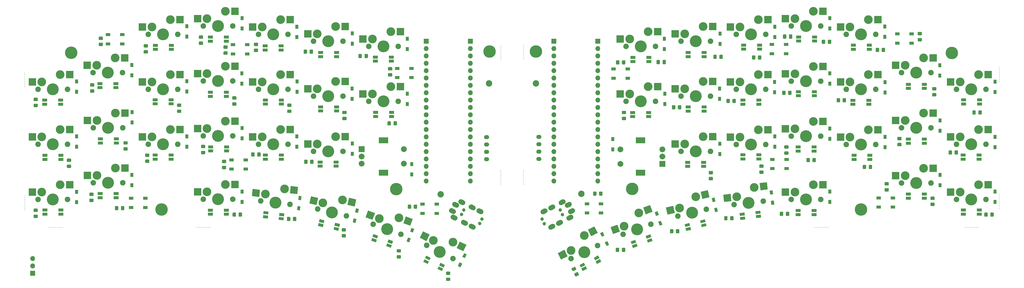
<source format=gbr>
%TF.GenerationSoftware,KiCad,Pcbnew,(5.1.9-0-10_14)*%
%TF.CreationDate,2021-03-31T13:24:37+01:00*%
%TF.ProjectId,peautkb,70656175-746b-4622-9e6b-696361645f70,rev?*%
%TF.SameCoordinates,Original*%
%TF.FileFunction,Soldermask,Bot*%
%TF.FilePolarity,Negative*%
%FSLAX46Y46*%
G04 Gerber Fmt 4.6, Leading zero omitted, Abs format (unit mm)*
G04 Created by KiCad (PCBNEW (5.1.9-0-10_14)) date 2021-03-31 13:24:37*
%MOMM*%
%LPD*%
G01*
G04 APERTURE LIST*
%ADD10O,1.700000X1.700000*%
%ADD11R,1.700000X1.700000*%
%ADD12C,2.200000*%
%ADD13C,4.300000*%
%ADD14R,1.500000X1.000000*%
%ADD15C,0.300000*%
%ADD16R,1.000000X1.400000*%
%ADD17C,0.100000*%
%ADD18O,1.778000X1.397000*%
%ADD19C,1.200000*%
%ADD20R,1.700000X1.000000*%
%ADD21C,3.000000*%
%ADD22R,2.550000X2.500000*%
%ADD23C,1.900000*%
%ADD24C,4.100000*%
%ADD25C,2.000000*%
%ADD26R,3.200000X2.000000*%
%ADD27R,2.000000X2.000000*%
G04 APERTURE END LIST*
D10*
%TO.C,REF\u002A\u002A*%
X20500000Y-108420000D03*
X20500000Y-110960000D03*
D11*
X20500000Y-113500000D03*
%TD*%
D12*
%TO.C,Ref\u002A\u002A*%
X194000000Y-48000000D03*
%TD*%
%TO.C,Ref\u002A\u002A*%
X177900000Y-48000000D03*
%TD*%
%TO.C,Ref\u002A\u002A*%
X161200000Y-86200000D03*
%TD*%
%TO.C,Ref\u002A\u002A*%
X209700000Y-86100000D03*
%TD*%
D13*
%TO.C,Ref\u002A\u002A*%
X178000000Y-37000000D03*
%TD*%
%TO.C,Ref\u002A\u002A*%
X33800000Y-37400000D03*
%TD*%
%TO.C,Ref\u002A\u002A*%
X64900000Y-91500000D03*
%TD*%
%TO.C,Ref\u002A\u002A*%
X145900000Y-84500000D03*
%TD*%
%TO.C,Ref\u002A\u002A*%
X194000000Y-37000000D03*
%TD*%
%TO.C,Ref\u002A\u002A*%
X337500000Y-37500000D03*
%TD*%
%TO.C,Ref\u002A\u002A*%
X227200000Y-84400000D03*
%TD*%
%TO.C,Ref\u002A\u002A*%
X306100000Y-91500000D03*
%TD*%
D14*
%TO.C,D62*%
X211614580Y-92698620D03*
X211614580Y-89498620D03*
X216514580Y-92698620D03*
X216514580Y-89498620D03*
%TD*%
D15*
%TO.C,REF\u002A\u002A*%
X17770000Y-90387500D03*
X17770000Y-91575000D03*
X17770000Y-89793750D03*
X17770000Y-90981250D03*
X17770000Y-86825000D03*
X17770000Y-87418750D03*
X17770000Y-88012500D03*
X17770000Y-88606250D03*
X17770000Y-89200000D03*
%TD*%
%TO.C,REF\u002A\u002A*%
X189710000Y-81607500D03*
X189710000Y-82795000D03*
X189710000Y-81013750D03*
X189710000Y-82201250D03*
X189710000Y-78045000D03*
X189710000Y-78638750D03*
X189710000Y-79232500D03*
X189710000Y-79826250D03*
X189710000Y-80420000D03*
%TD*%
%TO.C,REF\u002A\u002A*%
X353850000Y-46037500D03*
X353850000Y-47225000D03*
X353850000Y-45443750D03*
X353850000Y-46631250D03*
X353850000Y-42475000D03*
X353850000Y-43068750D03*
X353850000Y-43662500D03*
X353850000Y-44256250D03*
X353850000Y-44850000D03*
%TD*%
%TO.C,REF\u002A\u002A*%
X353800000Y-89987500D03*
X353800000Y-91175000D03*
X353800000Y-89393750D03*
X353800000Y-90581250D03*
X353800000Y-86425000D03*
X353800000Y-87018750D03*
X353800000Y-87612500D03*
X353800000Y-88206250D03*
X353800000Y-88800000D03*
%TD*%
%TO.C,REF\u002A\u002A*%
X343012500Y-97700000D03*
X341825000Y-97700000D03*
X343606250Y-97700000D03*
X342418750Y-97700000D03*
X346575000Y-97700000D03*
X345981250Y-97700000D03*
X345387500Y-97700000D03*
X344793750Y-97700000D03*
X344200000Y-97700000D03*
%TD*%
%TO.C,REF\u002A\u002A*%
X291312500Y-97700000D03*
X290125000Y-97700000D03*
X291906250Y-97700000D03*
X290718750Y-97700000D03*
X294875000Y-97700000D03*
X294281250Y-97700000D03*
X293687500Y-97700000D03*
X293093750Y-97700000D03*
X292500000Y-97700000D03*
%TD*%
%TO.C,REF\u002A\u002A*%
X17800000Y-47987500D03*
X17800000Y-49175000D03*
X17800000Y-47393750D03*
X17800000Y-48581250D03*
X17800000Y-44425000D03*
X17800000Y-45018750D03*
X17800000Y-45612500D03*
X17800000Y-46206250D03*
X17800000Y-46800000D03*
%TD*%
%TO.C,REF\u002A\u002A*%
X27136480Y-97665080D03*
X25948980Y-97665080D03*
X27730230Y-97665080D03*
X26542730Y-97665080D03*
X30698980Y-97665080D03*
X30105230Y-97665080D03*
X29511480Y-97665080D03*
X28917730Y-97665080D03*
X28323980Y-97665080D03*
%TD*%
%TO.C,REF\u002A\u002A*%
X79338750Y-97660000D03*
X79932500Y-97660000D03*
X80526250Y-97660000D03*
X81120000Y-97660000D03*
X81713750Y-97660000D03*
X77557500Y-97660000D03*
X78745000Y-97660000D03*
X76963750Y-97660000D03*
X78151250Y-97660000D03*
%TD*%
%TO.C,REF\u002A\u002A*%
X181965080Y-80376020D03*
X181965080Y-79782270D03*
X181965080Y-79188520D03*
X181965080Y-78594770D03*
X181965080Y-78001020D03*
X181965080Y-82157270D03*
X181965080Y-80969770D03*
X181965080Y-82751020D03*
X181965080Y-81563520D03*
%TD*%
%TO.C,REF\u002A\u002A*%
X189800000Y-38368750D03*
X189800000Y-39556250D03*
X189800000Y-37775000D03*
X189800000Y-38962500D03*
X189800000Y-34806250D03*
X189800000Y-35400000D03*
X189800000Y-35993750D03*
X189800000Y-36587500D03*
X189800000Y-37181250D03*
%TD*%
%TO.C,REF\u002A\u002A*%
X181965080Y-38463520D03*
X181965080Y-39651020D03*
X181965080Y-37869770D03*
X181965080Y-39057270D03*
X181965080Y-34901020D03*
X181965080Y-35494770D03*
X181965080Y-36088520D03*
X181965080Y-36682270D03*
X181965080Y-37276020D03*
%TD*%
D14*
%TO.C,D1*%
X46474960Y-34314180D03*
X46474960Y-31114180D03*
X51374960Y-34314180D03*
X51374960Y-31114180D03*
%TD*%
%TO.C,D5*%
X59299760Y-87603780D03*
X59299760Y-90803780D03*
X54399760Y-87603780D03*
X54399760Y-90803780D03*
%TD*%
D16*
%TO.C,D6*%
X35666160Y-50872180D03*
X35666160Y-47322180D03*
%TD*%
%TO.C,D7*%
X35666160Y-69820580D03*
X35666160Y-66270580D03*
%TD*%
%TO.C,D8*%
X35666160Y-88972180D03*
X35666160Y-85422180D03*
%TD*%
D14*
%TO.C,D9*%
X89550000Y-37819380D03*
X89550000Y-34619380D03*
X94450000Y-37819380D03*
X94450000Y-34619380D03*
%TD*%
D16*
%TO.C,D10*%
X54665360Y-41581780D03*
X54665360Y-45131780D03*
%TD*%
%TO.C,D11*%
X54730000Y-57865000D03*
X54730000Y-61415000D03*
%TD*%
%TO.C,D12*%
X54665360Y-79580180D03*
X54665360Y-83130180D03*
%TD*%
D14*
%TO.C,D13*%
X93950000Y-74344980D03*
X93950000Y-77544980D03*
X89050000Y-74344980D03*
X89050000Y-77544980D03*
%TD*%
D16*
%TO.C,D14*%
X73664560Y-31771380D03*
X73664560Y-28221380D03*
%TD*%
%TO.C,D15*%
X73664560Y-50719780D03*
X73664560Y-47169780D03*
%TD*%
%TO.C,D16*%
X92663760Y-85269780D03*
X92663760Y-88819780D03*
%TD*%
%TO.C,D17*%
X73613760Y-69820580D03*
X73613760Y-66270580D03*
%TD*%
D14*
%TO.C,D18*%
X146220760Y-45972780D03*
X146220760Y-42772780D03*
X151120760Y-45972780D03*
X151120760Y-42772780D03*
%TD*%
D16*
%TO.C,D19*%
X92663760Y-25478180D03*
X92663760Y-29028180D03*
%TD*%
%TO.C,D20*%
X92612960Y-44477380D03*
X92612960Y-48027380D03*
%TD*%
D17*
%TO.C,D21*%
G36*
X112632785Y-91796413D02*
G01*
X111639614Y-91679742D01*
X111802953Y-90289303D01*
X112796124Y-90405974D01*
X112632785Y-91796413D01*
G37*
G36*
X113046967Y-88270657D02*
G01*
X112053796Y-88153986D01*
X112217135Y-86763547D01*
X113210306Y-86880218D01*
X113046967Y-88270657D01*
G37*
%TD*%
D14*
%TO.C,D22*%
X159807560Y-89635780D03*
X159807560Y-92835780D03*
X154907560Y-89635780D03*
X154907560Y-92835780D03*
%TD*%
D16*
%TO.C,D23*%
X92714560Y-63374980D03*
X92714560Y-66924980D03*
%TD*%
%TO.C,D24*%
X111612160Y-28373780D03*
X111612160Y-31923780D03*
%TD*%
%TO.C,D25*%
X111662960Y-50872180D03*
X111662960Y-47322180D03*
%TD*%
D17*
%TO.C,D26*%
G36*
X132642277Y-92668120D02*
G01*
X131669502Y-92436372D01*
X131993949Y-91074486D01*
X132966724Y-91306234D01*
X132642277Y-92668120D01*
G37*
G36*
X131819571Y-96121474D02*
G01*
X130846796Y-95889726D01*
X131171243Y-94527840D01*
X132144018Y-94759588D01*
X131819571Y-96121474D01*
G37*
%TD*%
D16*
%TO.C,D27*%
X111612160Y-69769780D03*
X111612160Y-66219780D03*
%TD*%
%TO.C,D28*%
X130712960Y-34260580D03*
X130712960Y-30710580D03*
%TD*%
%TO.C,D29*%
X130611360Y-53259780D03*
X130611360Y-49709780D03*
%TD*%
D17*
%TO.C,D30*%
G36*
X150376906Y-102800329D02*
G01*
X149437214Y-102458309D01*
X149916042Y-101142739D01*
X150855734Y-101484759D01*
X150376906Y-102800329D01*
G37*
G36*
X151591078Y-99464421D02*
G01*
X150651386Y-99122401D01*
X151130214Y-97806831D01*
X152069906Y-98148851D01*
X151591078Y-99464421D01*
G37*
%TD*%
D16*
%TO.C,D31*%
X130712960Y-72258980D03*
X130712960Y-68708980D03*
%TD*%
%TO.C,D32*%
X151185360Y-79370980D03*
X151185360Y-75820980D03*
%TD*%
%TO.C,D33*%
X149661360Y-55085580D03*
X149661360Y-51535580D03*
%TD*%
%TO.C,D34*%
X149661360Y-32590180D03*
X149661360Y-36140180D03*
%TD*%
D17*
%TO.C,D35*%
G36*
X169564863Y-108254665D02*
G01*
X168671492Y-107805346D01*
X169300539Y-106554627D01*
X170193910Y-107003946D01*
X169564863Y-108254665D01*
G37*
G36*
X167969781Y-111426133D02*
G01*
X167076410Y-110976814D01*
X167705457Y-109726095D01*
X168598828Y-110175414D01*
X167969781Y-111426133D01*
G37*
%TD*%
D16*
%TO.C,D39*%
X352344720Y-50930600D03*
X352344720Y-47380600D03*
%TD*%
%TO.C,D40*%
X352370120Y-69980600D03*
X352370120Y-66430600D03*
%TD*%
%TO.C,D41*%
X352344720Y-88827400D03*
X352344720Y-85277400D03*
%TD*%
D14*
%TO.C,D42*%
X280311760Y-34497460D03*
X280311760Y-37697460D03*
X275411760Y-34497460D03*
X275411760Y-37697460D03*
%TD*%
D16*
%TO.C,D43*%
X333345520Y-41691000D03*
X333345520Y-45241000D03*
%TD*%
%TO.C,D44*%
X333396320Y-60741000D03*
X333396320Y-64291000D03*
%TD*%
%TO.C,D45*%
X333396320Y-79587800D03*
X333396320Y-83137800D03*
%TD*%
D14*
%TO.C,D46*%
X220809380Y-46160740D03*
X220809380Y-42960740D03*
X225709380Y-46160740D03*
X225709380Y-42960740D03*
%TD*%
D16*
%TO.C,D47*%
X314346320Y-31880600D03*
X314346320Y-28330600D03*
%TD*%
%TO.C,D48*%
X314397120Y-51133800D03*
X314397120Y-47583800D03*
%TD*%
%TO.C,D49*%
X295397920Y-85302800D03*
X295397920Y-88852800D03*
%TD*%
%TO.C,D50*%
X314397120Y-69980600D03*
X314397120Y-66430600D03*
%TD*%
D14*
%TO.C,D51*%
X323565420Y-30844940D03*
X323565420Y-34044940D03*
X318665420Y-30844940D03*
X318665420Y-34044940D03*
%TD*%
%TO.C,D56*%
X312208740Y-90681860D03*
X312208740Y-87481860D03*
X317108740Y-90681860D03*
X317108740Y-87481860D03*
%TD*%
%TO.C,D61*%
X280479400Y-74177340D03*
X280479400Y-77377340D03*
X275579400Y-74177340D03*
X275579400Y-77377340D03*
%TD*%
D18*
%TO.C,J1*%
X177017160Y-74116180D03*
X177017160Y-71576180D03*
X177017160Y-69036180D03*
X177017160Y-66496180D03*
%TD*%
%TO.C,J2*%
G36*
G01*
X166376720Y-88909842D02*
X167091418Y-89269298D01*
G75*
G02*
X167468863Y-90410585I-381921J-759366D01*
G01*
X167468863Y-90410585D01*
G75*
G02*
X166327576Y-90788030I-759366J381921D01*
G01*
X165612878Y-90428574D01*
G75*
G02*
X165235433Y-89287287I381921J759366D01*
G01*
X165235433Y-89287287D01*
G75*
G02*
X166376720Y-88909842I759366J-381921D01*
G01*
G37*
G36*
G01*
X165829637Y-93335980D02*
X166544335Y-93695436D01*
G75*
G02*
X166921780Y-94836723I-381921J-759366D01*
G01*
X166921780Y-94836723D01*
G75*
G02*
X165780493Y-95214168I-759366J381921D01*
G01*
X165065795Y-94854712D01*
G75*
G02*
X164688350Y-93713425I381921J759366D01*
G01*
X164688350Y-93713425D01*
G75*
G02*
X165829637Y-93335980I759366J-381921D01*
G01*
G37*
G36*
G01*
X169403122Y-95133256D02*
X170117820Y-95492712D01*
G75*
G02*
X170495265Y-96633999I-381921J-759366D01*
G01*
X170495265Y-96633999D01*
G75*
G02*
X169353978Y-97011444I-759366J381921D01*
G01*
X168639280Y-96651988D01*
G75*
G02*
X168261835Y-95510701I381921J759366D01*
G01*
X168261835Y-95510701D01*
G75*
G02*
X169403122Y-95133256I759366J-381921D01*
G01*
G37*
G36*
G01*
X172083237Y-96481213D02*
X172797935Y-96840669D01*
G75*
G02*
X173175380Y-97981956I-381921J-759366D01*
G01*
X173175380Y-97981956D01*
G75*
G02*
X172034093Y-98359401I-759366J381921D01*
G01*
X171319395Y-97999945D01*
G75*
G02*
X170941950Y-96858658I381921J759366D01*
G01*
X170941950Y-96858658D01*
G75*
G02*
X172083237Y-96481213I759366J-381921D01*
G01*
G37*
D19*
X168356703Y-93207769D03*
X174610303Y-96353002D03*
G36*
G01*
X172076570Y-89817696D02*
X172791268Y-90177152D01*
G75*
G02*
X173168713Y-91318439I-381921J-759366D01*
G01*
X173168713Y-91318439D01*
G75*
G02*
X172027426Y-91695884I-759366J381921D01*
G01*
X171312728Y-91336428D01*
G75*
G02*
X170935283Y-90195141I381921J759366D01*
G01*
X170935283Y-90195141D01*
G75*
G02*
X172076570Y-89817696I759366J-381921D01*
G01*
G37*
G36*
G01*
X174756685Y-91165653D02*
X175471383Y-91525109D01*
G75*
G02*
X175848828Y-92666396I-381921J-759366D01*
G01*
X175848828Y-92666396D01*
G75*
G02*
X174707541Y-93043841I-759366J381921D01*
G01*
X173992843Y-92684385D01*
G75*
G02*
X173615398Y-91543098I381921J759366D01*
G01*
X173615398Y-91543098D01*
G75*
G02*
X174756685Y-91165653I759366J-381921D01*
G01*
G37*
G36*
G01*
X165275888Y-91098602D02*
X165990586Y-91458058D01*
G75*
G02*
X166368031Y-92599345I-381921J-759366D01*
G01*
X166368031Y-92599345D01*
G75*
G02*
X165226744Y-92976790I-759366J381921D01*
G01*
X164512046Y-92617334D01*
G75*
G02*
X164134601Y-91476047I381921J759366D01*
G01*
X164134601Y-91476047D01*
G75*
G02*
X165275888Y-91098602I759366J-381921D01*
G01*
G37*
G36*
G01*
X168503085Y-88020420D02*
X169217783Y-88379876D01*
G75*
G02*
X169595228Y-89521163I-381921J-759366D01*
G01*
X169595228Y-89521163D01*
G75*
G02*
X168453941Y-89898608I-759366J381921D01*
G01*
X167739243Y-89539152D01*
G75*
G02*
X167361798Y-88397865I381921J759366D01*
G01*
X167361798Y-88397865D01*
G75*
G02*
X168503085Y-88020420I759366J-381921D01*
G01*
G37*
X175396611Y-94789602D03*
X169143011Y-91644369D03*
%TD*%
D18*
%TO.C,J3*%
X195067920Y-74047600D03*
X195067920Y-71507600D03*
X195067920Y-68967600D03*
X195067920Y-66427600D03*
%TD*%
D19*
%TO.C,J4*%
X203193885Y-93229388D03*
X196940285Y-96374621D03*
G36*
G01*
X206484793Y-94876332D02*
X205770095Y-95235788D01*
G75*
G02*
X204628808Y-94858343I-381921J759366D01*
G01*
X204628808Y-94858343D01*
G75*
G02*
X205006253Y-93717056I759366J381921D01*
G01*
X205720951Y-93357600D01*
G75*
G02*
X206862238Y-93735045I381921J-759366D01*
G01*
X206862238Y-93735045D01*
G75*
G02*
X206484793Y-94876332I-759366J-381921D01*
G01*
G37*
G36*
G01*
X205937711Y-90450194D02*
X205223013Y-90809650D01*
G75*
G02*
X204081726Y-90432205I-381921J759366D01*
G01*
X204081726Y-90432205D01*
G75*
G02*
X204459171Y-89290918I759366J381921D01*
G01*
X205173869Y-88931462D01*
G75*
G02*
X206315156Y-89308907I381921J-759366D01*
G01*
X206315156Y-89308907D01*
G75*
G02*
X205937711Y-90450194I-759366J-381921D01*
G01*
G37*
G36*
G01*
X200231194Y-98021565D02*
X199516496Y-98381021D01*
G75*
G02*
X198375209Y-98003576I-381921J759366D01*
G01*
X198375209Y-98003576D01*
G75*
G02*
X198752654Y-96862289I759366J381921D01*
G01*
X199467352Y-96502833D01*
G75*
G02*
X200608639Y-96880278I381921J-759366D01*
G01*
X200608639Y-96880278D01*
G75*
G02*
X200231194Y-98021565I-759366J-381921D01*
G01*
G37*
G36*
G01*
X202911308Y-96673608D02*
X202196610Y-97033064D01*
G75*
G02*
X201055323Y-96655619I-381921J759366D01*
G01*
X201055323Y-96655619D01*
G75*
G02*
X201432768Y-95514332I759366J381921D01*
G01*
X202147466Y-95154876D01*
G75*
G02*
X203288753Y-95532321I381921J-759366D01*
G01*
X203288753Y-95532321D01*
G75*
G02*
X202911308Y-96673608I-759366J-381921D01*
G01*
G37*
X196153977Y-94811222D03*
X202407577Y-91665989D03*
G36*
G01*
X197557746Y-92706005D02*
X196843048Y-93065461D01*
G75*
G02*
X195701761Y-92688016I-381921J759366D01*
G01*
X195701761Y-92688016D01*
G75*
G02*
X196079206Y-91546729I759366J381921D01*
G01*
X196793904Y-91187273D01*
G75*
G02*
X197935191Y-91564718I381921J-759366D01*
G01*
X197935191Y-91564718D01*
G75*
G02*
X197557746Y-92706005I-759366J-381921D01*
G01*
G37*
G36*
G01*
X200237860Y-91358048D02*
X199523162Y-91717504D01*
G75*
G02*
X198381875Y-91340059I-381921J759366D01*
G01*
X198381875Y-91340059D01*
G75*
G02*
X198759320Y-90198772I759366J381921D01*
G01*
X199474018Y-89839316D01*
G75*
G02*
X200615305Y-90216761I381921J-759366D01*
G01*
X200615305Y-90216761D01*
G75*
G02*
X200237860Y-91358048I-759366J-381921D01*
G01*
G37*
G36*
G01*
X203811345Y-89560772D02*
X203096647Y-89920228D01*
G75*
G02*
X201955360Y-89542783I-381921J759366D01*
G01*
X201955360Y-89542783D01*
G75*
G02*
X202332805Y-88401496I759366J381921D01*
G01*
X203047503Y-88042040D01*
G75*
G02*
X204188790Y-88419485I381921J-759366D01*
G01*
X204188790Y-88419485D01*
G75*
G02*
X203811345Y-89560772I-759366J-381921D01*
G01*
G37*
G36*
G01*
X207038542Y-92638954D02*
X206323844Y-92998410D01*
G75*
G02*
X205182557Y-92620965I-381921J759366D01*
G01*
X205182557Y-92620965D01*
G75*
G02*
X205560002Y-91479678I759366J381921D01*
G01*
X206274700Y-91120222D01*
G75*
G02*
X207415987Y-91497667I381921J-759366D01*
G01*
X207415987Y-91497667D01*
G75*
G02*
X207038542Y-92638954I-759366J-381921D01*
G01*
G37*
%TD*%
D20*
%TO.C,LED1*%
X24610360Y-55156580D03*
X24610360Y-53756580D03*
X30110360Y-55156580D03*
X30110360Y-53756580D03*
%TD*%
%TO.C,LED2*%
X24737360Y-74181180D03*
X24737360Y-72781180D03*
X30237360Y-74181180D03*
X30237360Y-72781180D03*
%TD*%
%TO.C,LED3*%
X24667960Y-93067580D03*
X24667960Y-91667580D03*
X30167960Y-93067580D03*
X30167960Y-91667580D03*
%TD*%
%TO.C,LED4*%
X49211160Y-48041580D03*
X49211160Y-49441580D03*
X43711160Y-48041580D03*
X43711160Y-49441580D03*
%TD*%
%TO.C,LED5*%
X49312760Y-67142380D03*
X49312760Y-68542380D03*
X43812760Y-67142380D03*
X43812760Y-68542380D03*
%TD*%
%TO.C,LED6*%
X49294160Y-86003380D03*
X49294160Y-87403380D03*
X43794160Y-86003380D03*
X43794160Y-87403380D03*
%TD*%
%TO.C,LED7*%
X68337360Y-34808180D03*
X68337360Y-36208180D03*
X62837360Y-34808180D03*
X62837360Y-36208180D03*
%TD*%
%TO.C,LED8*%
X68261160Y-53604180D03*
X68261160Y-55004180D03*
X62761160Y-53604180D03*
X62761160Y-55004180D03*
%TD*%
%TO.C,LED9*%
X68261160Y-72704980D03*
X68261160Y-74104980D03*
X62761160Y-72704980D03*
X62761160Y-74104980D03*
%TD*%
%TO.C,LED10*%
X87292560Y-91718380D03*
X87292560Y-93118380D03*
X81792560Y-91718380D03*
X81792560Y-93118380D03*
%TD*%
%TO.C,LED11*%
X81785760Y-33388780D03*
X81785760Y-31988780D03*
X87285760Y-33388780D03*
X87285760Y-31988780D03*
%TD*%
%TO.C,LED12*%
X81785760Y-52438780D03*
X81785760Y-51038780D03*
X87285760Y-52438780D03*
X87285760Y-51038780D03*
%TD*%
%TO.C,LED13*%
X87336560Y-69860180D03*
X87336560Y-71260180D03*
X81836560Y-69860180D03*
X81836560Y-71260180D03*
%TD*%
D17*
%TO.C,LED14*%
G36*
X105477230Y-93665195D02*
G01*
X105593900Y-92672025D01*
X107282290Y-92870365D01*
X107165620Y-93863535D01*
X105477230Y-93665195D01*
G37*
G36*
X105313891Y-95055634D02*
G01*
X105430561Y-94062464D01*
X107118951Y-94260804D01*
X107002281Y-95253974D01*
X105313891Y-95055634D01*
G37*
G36*
X100014791Y-93023506D02*
G01*
X100131461Y-92030336D01*
X101819851Y-92228676D01*
X101703181Y-93221846D01*
X100014791Y-93023506D01*
G37*
G36*
X99851452Y-94413945D02*
G01*
X99968122Y-93420775D01*
X101656512Y-93619115D01*
X101539842Y-94612285D01*
X99851452Y-94413945D01*
G37*
%TD*%
D20*
%TO.C,LED15*%
X100683360Y-36411380D03*
X100683360Y-35011380D03*
X106183360Y-36411380D03*
X106183360Y-35011380D03*
%TD*%
%TO.C,LED16*%
X100734160Y-55105780D03*
X100734160Y-53705780D03*
X106234160Y-55105780D03*
X106234160Y-53705780D03*
%TD*%
%TO.C,LED17*%
X100766360Y-74093780D03*
X100766360Y-72693780D03*
X106266360Y-74093780D03*
X106266360Y-72693780D03*
%TD*%
D17*
%TO.C,LED18*%
G36*
X118881070Y-97156818D02*
G01*
X119112817Y-96184042D01*
X120766536Y-96578014D01*
X120534789Y-97550790D01*
X118881070Y-97156818D01*
G37*
G36*
X119205517Y-95794932D02*
G01*
X119437264Y-94822156D01*
X121090983Y-95216128D01*
X120859236Y-96188904D01*
X119205517Y-95794932D01*
G37*
G36*
X124231337Y-98431432D02*
G01*
X124463084Y-97458656D01*
X126116803Y-97852628D01*
X125885056Y-98825404D01*
X124231337Y-98431432D01*
G37*
G36*
X124555784Y-97069546D02*
G01*
X124787531Y-96096770D01*
X126441250Y-96490742D01*
X126209503Y-97463518D01*
X124555784Y-97069546D01*
G37*
%TD*%
D20*
%TO.C,LED19*%
X119758760Y-38722780D03*
X119758760Y-37322780D03*
X125258760Y-38722780D03*
X125258760Y-37322780D03*
%TD*%
%TO.C,LED20*%
X119784160Y-57467980D03*
X119784160Y-56067980D03*
X125284160Y-57467980D03*
X125284160Y-56067980D03*
%TD*%
%TO.C,LED21*%
X119657160Y-76517980D03*
X119657160Y-75117980D03*
X125157160Y-76517980D03*
X125157160Y-75117980D03*
%TD*%
D17*
%TO.C,LED22*%
G36*
X137206642Y-102231938D02*
G01*
X137548662Y-101292246D01*
X139146140Y-101873680D01*
X138804120Y-102813372D01*
X137206642Y-102231938D01*
G37*
G36*
X137685470Y-100916369D02*
G01*
X138027490Y-99976677D01*
X139624968Y-100558111D01*
X139282948Y-101497803D01*
X137685470Y-100916369D01*
G37*
G36*
X142374952Y-104113049D02*
G01*
X142716972Y-103173357D01*
X144314450Y-103754791D01*
X143972430Y-104694483D01*
X142374952Y-104113049D01*
G37*
G36*
X142853780Y-102797480D02*
G01*
X143195800Y-101857788D01*
X144793278Y-102439222D01*
X144451258Y-103378914D01*
X142853780Y-102797480D01*
G37*
%TD*%
D20*
%TO.C,LED23*%
X138681760Y-40297580D03*
X138681760Y-38897580D03*
X144181760Y-40297580D03*
X144181760Y-38897580D03*
%TD*%
%TO.C,LED24*%
X138783360Y-59372980D03*
X138783360Y-57972980D03*
X144283360Y-59372980D03*
X144283360Y-57972980D03*
%TD*%
D17*
%TO.C,LED25*%
G36*
X160694230Y-110757612D02*
G01*
X161143549Y-109864240D01*
X162662280Y-110628082D01*
X162212961Y-111521454D01*
X160694230Y-110757612D01*
G37*
G36*
X160065183Y-112008332D02*
G01*
X160514502Y-111114960D01*
X162033233Y-111878802D01*
X161583914Y-112772174D01*
X160065183Y-112008332D01*
G37*
G36*
X155780687Y-108286358D02*
G01*
X156230006Y-107392986D01*
X157748737Y-108156828D01*
X157299418Y-109050200D01*
X155780687Y-108286358D01*
G37*
G36*
X155151640Y-109537078D02*
G01*
X155600959Y-108643706D01*
X157119690Y-109407548D01*
X156670371Y-110300920D01*
X155151640Y-109537078D01*
G37*
%TD*%
D20*
%TO.C,LED26*%
X347030220Y-53652440D03*
X347030220Y-55052440D03*
X341530220Y-53652440D03*
X341530220Y-55052440D03*
%TD*%
%TO.C,LED27*%
X346862580Y-72727840D03*
X346862580Y-74127840D03*
X341362580Y-72727840D03*
X341362580Y-74127840D03*
%TD*%
%TO.C,LED28*%
X341460820Y-93077740D03*
X341460820Y-91677740D03*
X346960820Y-93077740D03*
X346960820Y-91677740D03*
%TD*%
%TO.C,LED29*%
X322497180Y-49669140D03*
X322497180Y-48269140D03*
X327997180Y-49669140D03*
X327997180Y-48269140D03*
%TD*%
%TO.C,LED30*%
X322497180Y-68602300D03*
X322497180Y-67202300D03*
X327997180Y-68602300D03*
X327997180Y-67202300D03*
%TD*%
%TO.C,LED31*%
X322459080Y-87573560D03*
X322459080Y-86173560D03*
X327959080Y-87573560D03*
X327959080Y-86173560D03*
%TD*%
%TO.C,LED32*%
X308983560Y-34772620D03*
X308983560Y-36172620D03*
X303483560Y-34772620D03*
X303483560Y-36172620D03*
%TD*%
%TO.C,LED33*%
X308876880Y-53774360D03*
X308876880Y-55174360D03*
X303376880Y-53774360D03*
X303376880Y-55174360D03*
%TD*%
%TO.C,LED34*%
X303725680Y-74194920D03*
X303725680Y-72794920D03*
X309225680Y-74194920D03*
X309225680Y-72794920D03*
%TD*%
%TO.C,LED35*%
X284443720Y-93228640D03*
X284443720Y-91828640D03*
X289943720Y-93228640D03*
X289943720Y-91828640D03*
%TD*%
%TO.C,LED36*%
X284596120Y-33345600D03*
X284596120Y-31945600D03*
X290096120Y-33345600D03*
X290096120Y-31945600D03*
%TD*%
%TO.C,LED37*%
X284522460Y-52233040D03*
X284522460Y-50833040D03*
X290022460Y-52233040D03*
X290022460Y-50833040D03*
%TD*%
%TO.C,LED38*%
X284443720Y-71328760D03*
X284443720Y-69928760D03*
X289943720Y-71328760D03*
X289943720Y-69928760D03*
%TD*%
D17*
%TO.C,LED39*%
G36*
X266114930Y-93909069D02*
G01*
X266231600Y-94902239D01*
X264543210Y-95100579D01*
X264426540Y-94107409D01*
X266114930Y-93909069D01*
G37*
G36*
X265951591Y-92518630D02*
G01*
X266068261Y-93511800D01*
X264379871Y-93710140D01*
X264263201Y-92716970D01*
X265951591Y-92518630D01*
G37*
G36*
X271577369Y-93267380D02*
G01*
X271694039Y-94260550D01*
X270005649Y-94458890D01*
X269888979Y-93465720D01*
X271577369Y-93267380D01*
G37*
G36*
X271414030Y-91876941D02*
G01*
X271530700Y-92870111D01*
X269842310Y-93068451D01*
X269725640Y-92075281D01*
X271414030Y-91876941D01*
G37*
%TD*%
D20*
%TO.C,LED40*%
X265629120Y-36153800D03*
X265629120Y-34753800D03*
X271129120Y-36153800D03*
X271129120Y-34753800D03*
%TD*%
%TO.C,LED41*%
X265419120Y-55164200D03*
X265419120Y-53764200D03*
X270919120Y-55164200D03*
X270919120Y-53764200D03*
%TD*%
%TO.C,LED42*%
X265393720Y-74036400D03*
X265393720Y-72636400D03*
X270893720Y-74036400D03*
X270893720Y-72636400D03*
%TD*%
D17*
%TO.C,LED43*%
G36*
X252312536Y-94865336D02*
G01*
X252544283Y-95838112D01*
X250890564Y-96232084D01*
X250658817Y-95259308D01*
X252312536Y-94865336D01*
G37*
G36*
X252636983Y-96227222D02*
G01*
X252868730Y-97199998D01*
X251215011Y-97593970D01*
X250983264Y-96621194D01*
X252636983Y-96227222D01*
G37*
G36*
X246962269Y-96139950D02*
G01*
X247194016Y-97112726D01*
X245540297Y-97506698D01*
X245308550Y-96533922D01*
X246962269Y-96139950D01*
G37*
G36*
X247286716Y-97501836D02*
G01*
X247518463Y-98474612D01*
X245864744Y-98868584D01*
X245632997Y-97895808D01*
X247286716Y-97501836D01*
G37*
%TD*%
D20*
%TO.C,LED44*%
X252021520Y-37330400D03*
X252021520Y-38730400D03*
X246521520Y-37330400D03*
X246521520Y-38730400D03*
%TD*%
%TO.C,LED45*%
X252002920Y-56112200D03*
X252002920Y-57512200D03*
X246502920Y-56112200D03*
X246502920Y-57512200D03*
%TD*%
%TO.C,LED46*%
X246375920Y-76590600D03*
X246375920Y-75190600D03*
X251875920Y-76590600D03*
X251875920Y-75190600D03*
%TD*%
D17*
%TO.C,LED47*%
G36*
X233450530Y-100063037D02*
G01*
X233792550Y-101002729D01*
X232195072Y-101584163D01*
X231853052Y-100644471D01*
X233450530Y-100063037D01*
G37*
G36*
X233929358Y-101378606D02*
G01*
X234271378Y-102318298D01*
X232673900Y-102899732D01*
X232331880Y-101960040D01*
X233929358Y-101378606D01*
G37*
G36*
X228282220Y-101944148D02*
G01*
X228624240Y-102883840D01*
X227026762Y-103465274D01*
X226684742Y-102525582D01*
X228282220Y-101944148D01*
G37*
G36*
X228761048Y-103259717D02*
G01*
X229103068Y-104199409D01*
X227505590Y-104780843D01*
X227163570Y-103841151D01*
X228761048Y-103259717D01*
G37*
%TD*%
D20*
%TO.C,LED48*%
X232996920Y-39032200D03*
X232996920Y-40432200D03*
X227496920Y-39032200D03*
X227496920Y-40432200D03*
%TD*%
%TO.C,LED49*%
X227395320Y-59406000D03*
X227395320Y-58006000D03*
X232895320Y-59406000D03*
X232895320Y-58006000D03*
%TD*%
D17*
%TO.C,LED50*%
G36*
X211214978Y-111081940D02*
G01*
X211664297Y-111975312D01*
X210145566Y-112739154D01*
X209696247Y-111845782D01*
X211214978Y-111081940D01*
G37*
G36*
X210585931Y-109831220D02*
G01*
X211035250Y-110724592D01*
X209516519Y-111488434D01*
X209067200Y-110595062D01*
X210585931Y-109831220D01*
G37*
G36*
X216128521Y-108610686D02*
G01*
X216577840Y-109504058D01*
X215059109Y-110267900D01*
X214609790Y-109374528D01*
X216128521Y-108610686D01*
G37*
G36*
X215499474Y-107359966D02*
G01*
X215948793Y-108253338D01*
X214430062Y-109017180D01*
X213980743Y-108123808D01*
X215499474Y-107359966D01*
G37*
%TD*%
D21*
%TO.C,SW4*%
X29976560Y-44880780D03*
X23626560Y-47420780D03*
D22*
X33278560Y-44880780D03*
D23*
X22356560Y-49960780D03*
X32516560Y-49960780D03*
D24*
X27436560Y-49960780D03*
D22*
X20351560Y-47420780D03*
%TD*%
D21*
%TO.C,SW5*%
X29976560Y-63879980D03*
X23626560Y-66419980D03*
D22*
X33278560Y-63879980D03*
D23*
X22356560Y-68959980D03*
X32516560Y-68959980D03*
D24*
X27436560Y-68959980D03*
D22*
X20351560Y-66419980D03*
%TD*%
%TO.C,SW6*%
X20351560Y-85469980D03*
D24*
X27436560Y-88009980D03*
D23*
X32516560Y-88009980D03*
X22356560Y-88009980D03*
D22*
X33278560Y-82929980D03*
D21*
X23626560Y-85469980D03*
X29976560Y-82929980D03*
%TD*%
D22*
%TO.C,SW7*%
X39299960Y-41731180D03*
D24*
X46384960Y-44271180D03*
D23*
X51464960Y-44271180D03*
X41304960Y-44271180D03*
D22*
X52226960Y-39191180D03*
D21*
X42574960Y-41731180D03*
X48924960Y-39191180D03*
%TD*%
D22*
%TO.C,SW8*%
X39350760Y-60730380D03*
D24*
X46435760Y-63270380D03*
D23*
X51515760Y-63270380D03*
X41355760Y-63270380D03*
D22*
X52277760Y-58190380D03*
D21*
X42625760Y-60730380D03*
X48975760Y-58190380D03*
%TD*%
%TO.C,SW9*%
X48975760Y-77189580D03*
X42625760Y-79729580D03*
D22*
X52277760Y-77189580D03*
D23*
X41355760Y-82269580D03*
X51515760Y-82269580D03*
D24*
X46435760Y-82269580D03*
D22*
X39350760Y-79729580D03*
%TD*%
D21*
%TO.C,SW10*%
X67974960Y-25932380D03*
X61624960Y-28472380D03*
D22*
X71276960Y-25932380D03*
D23*
X60354960Y-31012380D03*
X70514960Y-31012380D03*
D24*
X65434960Y-31012380D03*
D22*
X58349960Y-28472380D03*
%TD*%
D21*
%TO.C,SW11*%
X67974960Y-44880780D03*
X61624960Y-47420780D03*
D22*
X71276960Y-44880780D03*
D23*
X60354960Y-49960780D03*
X70514960Y-49960780D03*
D24*
X65434960Y-49960780D03*
D22*
X58349960Y-47420780D03*
%TD*%
%TO.C,SW12*%
X77349160Y-85419180D03*
D24*
X84434160Y-87959180D03*
D23*
X89514160Y-87959180D03*
X79354160Y-87959180D03*
D22*
X90276160Y-82879180D03*
D21*
X80624160Y-85419180D03*
X86974160Y-82879180D03*
%TD*%
D22*
%TO.C,SW13*%
X58349960Y-66419980D03*
D24*
X65434960Y-68959980D03*
D23*
X70514960Y-68959980D03*
X60354960Y-68959980D03*
D22*
X71276960Y-63879980D03*
D21*
X61624960Y-66419980D03*
X67974960Y-63879980D03*
%TD*%
D22*
%TO.C,SW14*%
X77349160Y-25576780D03*
D24*
X84434160Y-28116780D03*
D23*
X89514160Y-28116780D03*
X79354160Y-28116780D03*
D22*
X90276160Y-23036780D03*
D21*
X80624160Y-25576780D03*
X86974160Y-23036780D03*
%TD*%
D22*
%TO.C,SW15*%
X77349160Y-44575980D03*
D24*
X84434160Y-47115980D03*
D23*
X89514160Y-47115980D03*
X79354160Y-47115980D03*
D22*
X90276160Y-42035980D03*
D21*
X80624160Y-44575980D03*
X86974160Y-42035980D03*
%TD*%
%TO.C,SW16*%
X107310701Y-84378617D03*
X100707723Y-86160411D03*
D17*
G36*
X112002281Y-83671156D02*
G01*
X111710604Y-86154083D01*
X109178019Y-85856572D01*
X109469696Y-83373645D01*
X112002281Y-83671156D01*
G37*
D23*
X99150053Y-88534893D03*
X109240667Y-89720267D03*
D24*
X104195360Y-89127580D03*
D17*
G36*
X98867221Y-84685606D02*
G01*
X98575544Y-87168533D01*
X96042959Y-86871022D01*
X96334636Y-84388095D01*
X98867221Y-84685606D01*
G37*
%TD*%
D21*
%TO.C,SW17*%
X86974160Y-61035180D03*
X80624160Y-63575180D03*
D22*
X90276160Y-61035180D03*
D23*
X79354160Y-66115180D03*
X89514160Y-66115180D03*
D24*
X84434160Y-66115180D03*
D22*
X77349160Y-63575180D03*
%TD*%
D21*
%TO.C,SW18*%
X105973360Y-25932380D03*
X99623360Y-28472380D03*
D22*
X109275360Y-25932380D03*
D23*
X98353360Y-31012380D03*
X108513360Y-31012380D03*
D24*
X103433360Y-31012380D03*
D22*
X96348360Y-28472380D03*
%TD*%
D21*
%TO.C,SW19*%
X105973360Y-44880780D03*
X99623360Y-47420780D03*
D22*
X109275360Y-44880780D03*
D23*
X98353360Y-49960780D03*
X108513360Y-49960780D03*
D24*
X103433360Y-49960780D03*
D22*
X96348360Y-47420780D03*
%TD*%
D17*
%TO.C,SW20*%
G36*
X118929057Y-87497904D02*
G01*
X118349687Y-89929843D01*
X115869109Y-89338886D01*
X116448479Y-86906947D01*
X118929057Y-87497904D01*
G37*
D24*
X123702560Y-92531180D03*
D23*
X128644261Y-93708459D03*
X118760859Y-91353901D03*
D17*
G36*
X132092770Y-88022859D02*
G01*
X131513400Y-90454798D01*
X129032822Y-89863841D01*
X129612192Y-87431902D01*
X132092770Y-88022859D01*
G37*
D21*
X120584924Y-89177370D03*
X127350690Y-88178118D03*
%TD*%
D22*
%TO.C,SW21*%
X96348360Y-66419980D03*
D24*
X103433360Y-68959980D03*
D23*
X108513360Y-68959980D03*
X98353360Y-68959980D03*
D22*
X109275360Y-63879980D03*
D21*
X99623360Y-66419980D03*
X105973360Y-63879980D03*
%TD*%
D22*
%TO.C,SW22*%
X115347560Y-30859980D03*
D24*
X122432560Y-33399980D03*
D23*
X127512560Y-33399980D03*
X117352560Y-33399980D03*
D22*
X128274560Y-28319980D03*
D21*
X118622560Y-30859980D03*
X124972560Y-28319980D03*
%TD*%
D22*
%TO.C,SW23*%
X115347560Y-49859180D03*
D24*
X122432560Y-52399180D03*
D23*
X127512560Y-52399180D03*
X117352560Y-52399180D03*
D22*
X128274560Y-47319180D03*
D21*
X118622560Y-49859180D03*
X124972560Y-47319180D03*
%TD*%
%TO.C,SW24*%
X146826042Y-94366673D03*
X139990262Y-94581664D03*
D17*
G36*
X151554540Y-94757483D02*
G01*
X150699490Y-97106714D01*
X148303274Y-96234563D01*
X149158324Y-93885332D01*
X151554540Y-94757483D01*
G37*
D23*
X137928121Y-96534118D03*
X147475399Y-100009042D03*
D24*
X142701760Y-98271580D03*
D17*
G36*
X138538402Y-92723008D02*
G01*
X137683352Y-95072239D01*
X135287136Y-94200088D01*
X136142186Y-91850857D01*
X138538402Y-92723008D01*
G37*
%TD*%
D21*
%TO.C,SW25*%
X124972560Y-66318380D03*
X118622560Y-68858380D03*
D22*
X128274560Y-66318380D03*
D23*
X117352560Y-71398380D03*
X127512560Y-71398380D03*
D24*
X122432560Y-71398380D03*
D22*
X115347560Y-68858380D03*
%TD*%
D21*
%TO.C,SW26*%
X143971760Y-49097180D03*
X137621760Y-51637180D03*
D22*
X147273760Y-49097180D03*
D23*
X136351760Y-54177180D03*
X146511760Y-54177180D03*
D24*
X141431760Y-54177180D03*
D22*
X134346760Y-51637180D03*
%TD*%
%TO.C,SW27*%
X134346760Y-32637980D03*
D24*
X141431760Y-35177980D03*
D23*
X146511760Y-35177980D03*
X136351760Y-35177980D03*
D22*
X147273760Y-30097980D03*
D21*
X137621760Y-32637980D03*
X143971760Y-30097980D03*
%TD*%
D25*
%TO.C,SW28*%
X148464160Y-75687180D03*
X148464160Y-70687180D03*
D26*
X141464160Y-78787180D03*
X141464160Y-67587180D03*
D25*
X133964160Y-75687180D03*
X133964160Y-73187180D03*
D27*
X133964160Y-70687180D03*
%TD*%
D21*
%TO.C,SW29*%
X165439864Y-102748524D03*
X158625685Y-102164511D03*
D17*
G36*
X170090473Y-103688342D02*
G01*
X168967176Y-105921771D01*
X166689079Y-104776008D01*
X167812376Y-102542579D01*
X170090473Y-103688342D01*
G37*
D23*
X156349833Y-103863039D03*
X165426487Y-108428121D03*
D24*
X160888160Y-106145580D03*
D17*
G36*
X157400591Y-100149159D02*
G01*
X156277294Y-102382588D01*
X153999197Y-101236825D01*
X155122494Y-99003396D01*
X157400591Y-100149159D01*
G37*
%TD*%
D21*
%TO.C,SW33*%
X346655120Y-44888400D03*
X340305120Y-47428400D03*
D22*
X349957120Y-44888400D03*
D23*
X339035120Y-49968400D03*
X349195120Y-49968400D03*
D24*
X344115120Y-49968400D03*
D22*
X337030120Y-47428400D03*
%TD*%
%TO.C,SW34*%
X337080920Y-66453000D03*
D24*
X344165920Y-68993000D03*
D23*
X349245920Y-68993000D03*
X339085920Y-68993000D03*
D22*
X350007920Y-63913000D03*
D21*
X340355920Y-66453000D03*
X346705920Y-63913000D03*
%TD*%
%TO.C,SW35*%
X346680520Y-82937600D03*
X340330520Y-85477600D03*
D22*
X349982520Y-82937600D03*
D23*
X339060520Y-88017600D03*
X349220520Y-88017600D03*
D24*
X344140520Y-88017600D03*
D22*
X337055520Y-85477600D03*
%TD*%
%TO.C,SW36*%
X318081720Y-41738800D03*
D24*
X325166720Y-44278800D03*
D23*
X330246720Y-44278800D03*
X320086720Y-44278800D03*
D22*
X331008720Y-39198800D03*
D21*
X321356720Y-41738800D03*
X327706720Y-39198800D03*
%TD*%
%TO.C,SW37*%
X327706720Y-58248800D03*
X321356720Y-60788800D03*
D22*
X331008720Y-58248800D03*
D23*
X320086720Y-63328800D03*
X330246720Y-63328800D03*
D24*
X325166720Y-63328800D03*
D22*
X318081720Y-60788800D03*
%TD*%
%TO.C,SW38*%
X318081720Y-79788000D03*
D24*
X325166720Y-82328000D03*
D23*
X330246720Y-82328000D03*
X320086720Y-82328000D03*
D22*
X331008720Y-77248000D03*
D21*
X321356720Y-79788000D03*
X327706720Y-77248000D03*
%TD*%
%TO.C,SW39*%
X308707520Y-25940000D03*
X302357520Y-28480000D03*
D22*
X312009520Y-25940000D03*
D23*
X301087520Y-31020000D03*
X311247520Y-31020000D03*
D24*
X306167520Y-31020000D03*
D22*
X299082520Y-28480000D03*
%TD*%
%TO.C,SW40*%
X299082520Y-47479200D03*
D24*
X306167520Y-50019200D03*
D23*
X311247520Y-50019200D03*
X301087520Y-50019200D03*
D22*
X312009520Y-44939200D03*
D21*
X302357520Y-47479200D03*
X308707520Y-44939200D03*
%TD*%
%TO.C,SW41*%
X289708320Y-82912200D03*
X283358320Y-85452200D03*
D22*
X293010320Y-82912200D03*
D23*
X282088320Y-87992200D03*
X292248320Y-87992200D03*
D24*
X287168320Y-87992200D03*
D22*
X280083320Y-85452200D03*
%TD*%
D21*
%TO.C,SW42*%
X308707520Y-63938400D03*
X302357520Y-66478400D03*
D22*
X312009520Y-63938400D03*
D23*
X301087520Y-69018400D03*
X311247520Y-69018400D03*
D24*
X306167520Y-69018400D03*
D22*
X299082520Y-66478400D03*
%TD*%
%TO.C,SW43*%
X280083320Y-25635200D03*
D24*
X287168320Y-28175200D03*
D23*
X292248320Y-28175200D03*
X282088320Y-28175200D03*
D22*
X293010320Y-23095200D03*
D21*
X283358320Y-25635200D03*
X289708320Y-23095200D03*
%TD*%
%TO.C,SW44*%
X289708320Y-42094400D03*
X283358320Y-44634400D03*
D22*
X293010320Y-42094400D03*
D23*
X282088320Y-47174400D03*
X292248320Y-47174400D03*
D24*
X287168320Y-47174400D03*
D22*
X280083320Y-44634400D03*
%TD*%
D17*
%TO.C,SW45*%
G36*
X261169216Y-86099740D02*
G01*
X261460893Y-88582667D01*
X258928308Y-88880178D01*
X258636631Y-86397251D01*
X261169216Y-86099740D01*
G37*
D24*
X267381720Y-89186000D03*
D23*
X272427027Y-88593313D03*
X262336413Y-89778687D03*
D17*
G36*
X273711590Y-82068884D02*
G01*
X274003267Y-84551811D01*
X271470682Y-84849322D01*
X271179005Y-82366395D01*
X273711590Y-82068884D01*
G37*
D21*
X263301396Y-87107862D03*
X269311686Y-83844349D03*
%TD*%
D22*
%TO.C,SW46*%
X280083320Y-63633600D03*
D24*
X287168320Y-66173600D03*
D23*
X292248320Y-66173600D03*
X282088320Y-66173600D03*
D22*
X293010320Y-61093600D03*
D21*
X283358320Y-63633600D03*
X289708320Y-61093600D03*
%TD*%
%TO.C,SW47*%
X270709120Y-25940000D03*
X264359120Y-28480000D03*
D22*
X274011120Y-25940000D03*
D23*
X263089120Y-31020000D03*
X273249120Y-31020000D03*
D24*
X268169120Y-31020000D03*
D22*
X261084120Y-28480000D03*
%TD*%
%TO.C,SW48*%
X261084120Y-47428400D03*
D24*
X268169120Y-49968400D03*
D23*
X273249120Y-49968400D03*
X263089120Y-49968400D03*
D22*
X274011120Y-44888400D03*
D21*
X264359120Y-47428400D03*
X270709120Y-44888400D03*
%TD*%
%TO.C,SW49*%
X249168091Y-87059259D03*
X243579604Y-91001709D03*
D17*
G36*
X253330801Y-84782579D02*
G01*
X253910171Y-87214518D01*
X251429593Y-87805475D01*
X250850223Y-85373536D01*
X253330801Y-84782579D01*
G37*
D23*
X242932819Y-93766879D03*
X252816221Y-91412321D03*
D24*
X247874520Y-92589600D03*
D17*
G36*
X241344367Y-90249235D02*
G01*
X241923737Y-92681174D01*
X239443159Y-93272131D01*
X238863789Y-90840192D01*
X241344367Y-90249235D01*
G37*
%TD*%
D21*
%TO.C,SW50*%
X270709120Y-63938400D03*
X264359120Y-66478400D03*
D22*
X274011120Y-63938400D03*
D23*
X263089120Y-69018400D03*
X273249120Y-69018400D03*
D24*
X268169120Y-69018400D03*
D22*
X261084120Y-66478400D03*
%TD*%
%TO.C,SW51*%
X242084920Y-30867600D03*
D24*
X249169920Y-33407600D03*
D23*
X254249920Y-33407600D03*
X244089920Y-33407600D03*
D22*
X255011920Y-28327600D03*
D21*
X245359920Y-30867600D03*
X251709920Y-28327600D03*
%TD*%
%TO.C,SW52*%
X251709920Y-47326800D03*
X245359920Y-49866800D03*
D22*
X255011920Y-47326800D03*
D23*
X244089920Y-52406800D03*
X254249920Y-52406800D03*
D24*
X249169920Y-52406800D03*
D22*
X242084920Y-49866800D03*
%TD*%
D17*
%TO.C,SW53*%
G36*
X222144850Y-96730302D02*
G01*
X222999900Y-99079533D01*
X220603684Y-99951684D01*
X219748634Y-97602453D01*
X222144850Y-96730302D01*
G37*
D24*
X228900720Y-98304600D03*
D23*
X233674359Y-96567138D03*
X224127081Y-100042062D03*
D17*
G36*
X233423525Y-89922189D02*
G01*
X234278575Y-92271420D01*
X231882359Y-93143571D01*
X231027309Y-90794340D01*
X233423525Y-89922189D01*
G37*
D21*
X224451760Y-97220877D03*
X229550077Y-92662230D03*
%TD*%
%TO.C,SW54*%
X251709920Y-66326000D03*
X245359920Y-68866000D03*
D22*
X255011920Y-66326000D03*
D23*
X244089920Y-71406000D03*
X254249920Y-71406000D03*
D24*
X249169920Y-71406000D03*
D22*
X242084920Y-68866000D03*
%TD*%
%TO.C,SW55*%
X223085720Y-51644800D03*
D24*
X230170720Y-54184800D03*
D23*
X235250720Y-54184800D03*
X225090720Y-54184800D03*
D22*
X236012720Y-49104800D03*
D21*
X226360720Y-51644800D03*
X232710720Y-49104800D03*
%TD*%
%TO.C,SW56*%
X232710720Y-30105600D03*
X226360720Y-32645600D03*
D22*
X236012720Y-30105600D03*
D23*
X225090720Y-35185600D03*
X235250720Y-35185600D03*
D24*
X230170720Y-35185600D03*
D22*
X223085720Y-32645600D03*
%TD*%
D27*
%TO.C,SW57*%
X237640860Y-75716380D03*
D25*
X237640860Y-73216380D03*
X237640860Y-70716380D03*
D26*
X230140860Y-78816380D03*
X230140860Y-67616380D03*
D25*
X223140860Y-75716380D03*
X223140860Y-70716380D03*
%TD*%
D17*
%TO.C,SW58*%
G36*
X203820913Y-105403266D02*
G01*
X204944210Y-107636695D01*
X202666113Y-108782458D01*
X201542816Y-106549029D01*
X203820913Y-105403266D01*
G37*
D24*
X210714320Y-106178600D03*
D23*
X215252647Y-103896059D03*
X206175993Y-108461141D03*
D17*
G36*
X214228255Y-97325756D02*
G01*
X215351552Y-99559185D01*
X213073455Y-100704948D01*
X211950158Y-98471519D01*
X214228255Y-97325756D01*
G37*
D21*
X206169305Y-105621342D03*
X210700943Y-100499003D03*
%TD*%
D10*
%TO.C,U1*%
X156185360Y-46146980D03*
X156185360Y-56306980D03*
X156185360Y-61386980D03*
X156185360Y-81706980D03*
X156185360Y-71546980D03*
X156185360Y-43606980D03*
X156185360Y-58846980D03*
X156185360Y-48686980D03*
X156185360Y-79166980D03*
X156185360Y-41066980D03*
X156185360Y-38526980D03*
X156185360Y-74086980D03*
X156185360Y-51226980D03*
X156185360Y-69006980D03*
X156185360Y-53766980D03*
X156185360Y-76626980D03*
X156185360Y-35986980D03*
D11*
X156185360Y-33446980D03*
D10*
X156185360Y-66466980D03*
X156185360Y-63926980D03*
X171399960Y-63926980D03*
X171399960Y-66466980D03*
D11*
X171399960Y-33446980D03*
D10*
X171399960Y-35986980D03*
X171399960Y-76626980D03*
X171399960Y-53766980D03*
X171399960Y-69006980D03*
X171399960Y-51226980D03*
X171399960Y-74086980D03*
X171399960Y-38526980D03*
X171399960Y-41066980D03*
X171399960Y-79166980D03*
X171399960Y-48686980D03*
X171399960Y-58846980D03*
X171399960Y-43606980D03*
X171399960Y-71546980D03*
X171399960Y-81706980D03*
X171399960Y-61386980D03*
X171399960Y-56306980D03*
X171399960Y-46146980D03*
%TD*%
%TO.C,U2*%
X215409520Y-46103800D03*
X215409520Y-56263800D03*
X215409520Y-61343800D03*
X215409520Y-81663800D03*
X215409520Y-71503800D03*
X215409520Y-43563800D03*
X215409520Y-58803800D03*
X215409520Y-48643800D03*
X215409520Y-79123800D03*
X215409520Y-41023800D03*
X215409520Y-38483800D03*
X215409520Y-74043800D03*
X215409520Y-51183800D03*
X215409520Y-68963800D03*
X215409520Y-53723800D03*
X215409520Y-76583800D03*
X215409520Y-35943800D03*
D11*
X215409520Y-33403800D03*
D10*
X215409520Y-66423800D03*
X215409520Y-63883800D03*
X200194920Y-63883800D03*
X200194920Y-66423800D03*
D11*
X200194920Y-33403800D03*
D10*
X200194920Y-35943800D03*
X200194920Y-76583800D03*
X200194920Y-53723800D03*
X200194920Y-68963800D03*
X200194920Y-51183800D03*
X200194920Y-74043800D03*
X200194920Y-38483800D03*
X200194920Y-41023800D03*
X200194920Y-79123800D03*
X200194920Y-48643800D03*
X200194920Y-58803800D03*
X200194920Y-43563800D03*
X200194920Y-71503800D03*
X200194920Y-81663800D03*
X200194920Y-61343800D03*
X200194920Y-56263800D03*
X200194920Y-46103800D03*
%TD*%
D16*
%TO.C,D52*%
X295397920Y-25485800D03*
X295397920Y-29035800D03*
%TD*%
%TO.C,D53*%
X295397920Y-48035000D03*
X295397920Y-44485000D03*
%TD*%
D17*
%TO.C,D54*%
G36*
X275830084Y-86231206D02*
G01*
X274836913Y-86347877D01*
X274673574Y-84957438D01*
X275666745Y-84840767D01*
X275830084Y-86231206D01*
G37*
G36*
X276244266Y-89756962D02*
G01*
X275251095Y-89873633D01*
X275087756Y-88483194D01*
X276080927Y-88366523D01*
X276244266Y-89756962D01*
G37*
%TD*%
D16*
%TO.C,D55*%
X295397920Y-63535000D03*
X295397920Y-67085000D03*
%TD*%
%TO.C,D57*%
X276398720Y-31931400D03*
X276398720Y-28381400D03*
%TD*%
%TO.C,D58*%
X276347920Y-47431400D03*
X276347920Y-50981400D03*
%TD*%
D17*
%TO.C,D59*%
G36*
X256783084Y-92163546D02*
G01*
X255810309Y-92395294D01*
X255485862Y-91033408D01*
X256458637Y-90801660D01*
X256783084Y-92163546D01*
G37*
G36*
X255960378Y-88710192D02*
G01*
X254987603Y-88941940D01*
X254663156Y-87580054D01*
X255635931Y-87348306D01*
X255960378Y-88710192D01*
G37*
%TD*%
D16*
%TO.C,D60*%
X276449520Y-69777400D03*
X276449520Y-66227400D03*
%TD*%
%TO.C,D63*%
X257501120Y-30819800D03*
X257501120Y-34369800D03*
%TD*%
%TO.C,D64*%
X257348720Y-53267400D03*
X257348720Y-49717400D03*
%TD*%
D17*
%TO.C,D65*%
G36*
X236419694Y-93364221D02*
G01*
X235480002Y-93706241D01*
X235001174Y-92390671D01*
X235940866Y-92048651D01*
X236419694Y-93364221D01*
G37*
G36*
X237633866Y-96700129D02*
G01*
X236694174Y-97042149D01*
X236215346Y-95726579D01*
X237155038Y-95384559D01*
X237633866Y-96700129D01*
G37*
%TD*%
D16*
%TO.C,D66*%
X257450320Y-72368200D03*
X257450320Y-68818200D03*
%TD*%
%TO.C,D67*%
X220500000Y-67225000D03*
X220500000Y-70775000D03*
%TD*%
%TO.C,D68*%
X238451120Y-51546200D03*
X238451120Y-55096200D03*
%TD*%
%TO.C,D69*%
X238298720Y-36147800D03*
X238298720Y-32597800D03*
%TD*%
D17*
%TO.C,D70*%
G36*
X217688388Y-100472366D02*
G01*
X216795017Y-100921685D01*
X216165970Y-99670966D01*
X217059341Y-99221647D01*
X217688388Y-100472366D01*
G37*
G36*
X219283470Y-103643834D02*
G01*
X218390099Y-104093153D01*
X217761052Y-102842434D01*
X218654423Y-102393115D01*
X219283470Y-103643834D01*
G37*
%TD*%
%TO.C,C1*%
G36*
G01*
X78775000Y-69162500D02*
X79725000Y-69162500D01*
G75*
G02*
X79975000Y-69412500I0J-250000D01*
G01*
X79975000Y-70087500D01*
G75*
G02*
X79725000Y-70337500I-250000J0D01*
G01*
X78775000Y-70337500D01*
G75*
G02*
X78525000Y-70087500I0J250000D01*
G01*
X78525000Y-69412500D01*
G75*
G02*
X78775000Y-69162500I250000J0D01*
G01*
G37*
G36*
G01*
X78775000Y-71237500D02*
X79725000Y-71237500D01*
G75*
G02*
X79975000Y-71487500I0J-250000D01*
G01*
X79975000Y-72162500D01*
G75*
G02*
X79725000Y-72412500I-250000J0D01*
G01*
X78775000Y-72412500D01*
G75*
G02*
X78525000Y-72162500I0J250000D01*
G01*
X78525000Y-71487500D01*
G75*
G02*
X78775000Y-71237500I250000J0D01*
G01*
G37*
%TD*%
%TO.C,C2*%
G36*
G01*
X144012500Y-61275000D02*
X144012500Y-62225000D01*
G75*
G02*
X143762500Y-62475000I-250000J0D01*
G01*
X143087500Y-62475000D01*
G75*
G02*
X142837500Y-62225000I0J250000D01*
G01*
X142837500Y-61275000D01*
G75*
G02*
X143087500Y-61025000I250000J0D01*
G01*
X143762500Y-61025000D01*
G75*
G02*
X144012500Y-61275000I0J-250000D01*
G01*
G37*
G36*
G01*
X146087500Y-61275000D02*
X146087500Y-62225000D01*
G75*
G02*
X145837500Y-62475000I-250000J0D01*
G01*
X145162500Y-62475000D01*
G75*
G02*
X144912500Y-62225000I0J250000D01*
G01*
X144912500Y-61275000D01*
G75*
G02*
X145162500Y-61025000I250000J0D01*
G01*
X145837500Y-61025000D01*
G75*
G02*
X146087500Y-61275000I0J-250000D01*
G01*
G37*
%TD*%
%TO.C,C3*%
G36*
G01*
X40275000Y-87737500D02*
X41225000Y-87737500D01*
G75*
G02*
X41475000Y-87987500I0J-250000D01*
G01*
X41475000Y-88662500D01*
G75*
G02*
X41225000Y-88912500I-250000J0D01*
G01*
X40275000Y-88912500D01*
G75*
G02*
X40025000Y-88662500I0J250000D01*
G01*
X40025000Y-87987500D01*
G75*
G02*
X40275000Y-87737500I250000J0D01*
G01*
G37*
G36*
G01*
X40275000Y-85662500D02*
X41225000Y-85662500D01*
G75*
G02*
X41475000Y-85912500I0J-250000D01*
G01*
X41475000Y-86587500D01*
G75*
G02*
X41225000Y-86837500I-250000J0D01*
G01*
X40275000Y-86837500D01*
G75*
G02*
X40025000Y-86587500I0J250000D01*
G01*
X40025000Y-85912500D01*
G75*
G02*
X40275000Y-85662500I250000J0D01*
G01*
G37*
%TD*%
%TO.C,C4*%
G36*
G01*
X70525000Y-54912500D02*
X71475000Y-54912500D01*
G75*
G02*
X71725000Y-55162500I0J-250000D01*
G01*
X71725000Y-55837500D01*
G75*
G02*
X71475000Y-56087500I-250000J0D01*
G01*
X70525000Y-56087500D01*
G75*
G02*
X70275000Y-55837500I0J250000D01*
G01*
X70275000Y-55162500D01*
G75*
G02*
X70525000Y-54912500I250000J0D01*
G01*
G37*
G36*
G01*
X70525000Y-56987500D02*
X71475000Y-56987500D01*
G75*
G02*
X71725000Y-57237500I0J-250000D01*
G01*
X71725000Y-57912500D01*
G75*
G02*
X71475000Y-58162500I-250000J0D01*
G01*
X70525000Y-58162500D01*
G75*
G02*
X70275000Y-57912500I0J250000D01*
G01*
X70275000Y-57237500D01*
G75*
G02*
X70525000Y-56987500I250000J0D01*
G01*
G37*
%TD*%
%TO.C,C5*%
G36*
G01*
X86975000Y-77587500D02*
X86025000Y-77587500D01*
G75*
G02*
X85775000Y-77337500I0J250000D01*
G01*
X85775000Y-76662500D01*
G75*
G02*
X86025000Y-76412500I250000J0D01*
G01*
X86975000Y-76412500D01*
G75*
G02*
X87225000Y-76662500I0J-250000D01*
G01*
X87225000Y-77337500D01*
G75*
G02*
X86975000Y-77587500I-250000J0D01*
G01*
G37*
G36*
G01*
X86975000Y-75512500D02*
X86025000Y-75512500D01*
G75*
G02*
X85775000Y-75262500I0J250000D01*
G01*
X85775000Y-74587500D01*
G75*
G02*
X86025000Y-74337500I250000J0D01*
G01*
X86975000Y-74337500D01*
G75*
G02*
X87225000Y-74587500I0J-250000D01*
G01*
X87225000Y-75262500D01*
G75*
G02*
X86975000Y-75512500I-250000J0D01*
G01*
G37*
%TD*%
%TO.C,C6*%
G36*
G01*
X91487500Y-93725000D02*
X91487500Y-92775000D01*
G75*
G02*
X91737500Y-92525000I250000J0D01*
G01*
X92412500Y-92525000D01*
G75*
G02*
X92662500Y-92775000I0J-250000D01*
G01*
X92662500Y-93725000D01*
G75*
G02*
X92412500Y-93975000I-250000J0D01*
G01*
X91737500Y-93975000D01*
G75*
G02*
X91487500Y-93725000I0J250000D01*
G01*
G37*
G36*
G01*
X89412500Y-93725000D02*
X89412500Y-92775000D01*
G75*
G02*
X89662500Y-92525000I250000J0D01*
G01*
X90337500Y-92525000D01*
G75*
G02*
X90587500Y-92775000I0J-250000D01*
G01*
X90587500Y-93725000D01*
G75*
G02*
X90337500Y-93975000I-250000J0D01*
G01*
X89662500Y-93975000D01*
G75*
G02*
X89412500Y-93725000I0J250000D01*
G01*
G37*
%TD*%
%TO.C,C7*%
G36*
G01*
X40525000Y-49987500D02*
X41475000Y-49987500D01*
G75*
G02*
X41725000Y-50237500I0J-250000D01*
G01*
X41725000Y-50912500D01*
G75*
G02*
X41475000Y-51162500I-250000J0D01*
G01*
X40525000Y-51162500D01*
G75*
G02*
X40275000Y-50912500I0J250000D01*
G01*
X40275000Y-50237500D01*
G75*
G02*
X40525000Y-49987500I250000J0D01*
G01*
G37*
G36*
G01*
X40525000Y-47912500D02*
X41475000Y-47912500D01*
G75*
G02*
X41725000Y-48162500I0J-250000D01*
G01*
X41725000Y-48837500D01*
G75*
G02*
X41475000Y-49087500I-250000J0D01*
G01*
X40525000Y-49087500D01*
G75*
G02*
X40275000Y-48837500I0J250000D01*
G01*
X40275000Y-48162500D01*
G75*
G02*
X40525000Y-47912500I250000J0D01*
G01*
G37*
%TD*%
%TO.C,C8*%
G36*
G01*
X127525000Y-57412500D02*
X128475000Y-57412500D01*
G75*
G02*
X128725000Y-57662500I0J-250000D01*
G01*
X128725000Y-58337500D01*
G75*
G02*
X128475000Y-58587500I-250000J0D01*
G01*
X127525000Y-58587500D01*
G75*
G02*
X127275000Y-58337500I0J250000D01*
G01*
X127275000Y-57662500D01*
G75*
G02*
X127525000Y-57412500I250000J0D01*
G01*
G37*
G36*
G01*
X127525000Y-59487500D02*
X128475000Y-59487500D01*
G75*
G02*
X128725000Y-59737500I0J-250000D01*
G01*
X128725000Y-60412500D01*
G75*
G02*
X128475000Y-60662500I-250000J0D01*
G01*
X127525000Y-60662500D01*
G75*
G02*
X127275000Y-60412500I0J250000D01*
G01*
X127275000Y-59737500D01*
G75*
G02*
X127525000Y-59487500I250000J0D01*
G01*
G37*
%TD*%
%TO.C,C9*%
G36*
G01*
X21025000Y-91162500D02*
X21975000Y-91162500D01*
G75*
G02*
X22225000Y-91412500I0J-250000D01*
G01*
X22225000Y-92087500D01*
G75*
G02*
X21975000Y-92337500I-250000J0D01*
G01*
X21025000Y-92337500D01*
G75*
G02*
X20775000Y-92087500I0J250000D01*
G01*
X20775000Y-91412500D01*
G75*
G02*
X21025000Y-91162500I250000J0D01*
G01*
G37*
G36*
G01*
X21025000Y-93237500D02*
X21975000Y-93237500D01*
G75*
G02*
X22225000Y-93487500I0J-250000D01*
G01*
X22225000Y-94162500D01*
G75*
G02*
X21975000Y-94412500I-250000J0D01*
G01*
X21025000Y-94412500D01*
G75*
G02*
X20775000Y-94162500I0J250000D01*
G01*
X20775000Y-93487500D01*
G75*
G02*
X21025000Y-93237500I250000J0D01*
G01*
G37*
%TD*%
%TO.C,C10*%
G36*
G01*
X87475000Y-36012500D02*
X86525000Y-36012500D01*
G75*
G02*
X86275000Y-35762500I0J250000D01*
G01*
X86275000Y-35087500D01*
G75*
G02*
X86525000Y-34837500I250000J0D01*
G01*
X87475000Y-34837500D01*
G75*
G02*
X87725000Y-35087500I0J-250000D01*
G01*
X87725000Y-35762500D01*
G75*
G02*
X87475000Y-36012500I-250000J0D01*
G01*
G37*
G36*
G01*
X87475000Y-38087500D02*
X86525000Y-38087500D01*
G75*
G02*
X86275000Y-37837500I0J250000D01*
G01*
X86275000Y-37162500D01*
G75*
G02*
X86525000Y-36912500I250000J0D01*
G01*
X87475000Y-36912500D01*
G75*
G02*
X87725000Y-37162500I0J-250000D01*
G01*
X87725000Y-37837500D01*
G75*
G02*
X87475000Y-38087500I-250000J0D01*
G01*
G37*
%TD*%
%TO.C,C11*%
G36*
G01*
X127275000Y-99987500D02*
X128225000Y-99987500D01*
G75*
G02*
X128475000Y-100237500I0J-250000D01*
G01*
X128475000Y-100912500D01*
G75*
G02*
X128225000Y-101162500I-250000J0D01*
G01*
X127275000Y-101162500D01*
G75*
G02*
X127025000Y-100912500I0J250000D01*
G01*
X127025000Y-100237500D01*
G75*
G02*
X127275000Y-99987500I250000J0D01*
G01*
G37*
G36*
G01*
X127275000Y-97912500D02*
X128225000Y-97912500D01*
G75*
G02*
X128475000Y-98162500I0J-250000D01*
G01*
X128475000Y-98837500D01*
G75*
G02*
X128225000Y-99087500I-250000J0D01*
G01*
X127275000Y-99087500D01*
G75*
G02*
X127025000Y-98837500I0J250000D01*
G01*
X127025000Y-98162500D01*
G75*
G02*
X127275000Y-97912500I250000J0D01*
G01*
G37*
%TD*%
%TO.C,C12*%
G36*
G01*
X52025000Y-67912500D02*
X52975000Y-67912500D01*
G75*
G02*
X53225000Y-68162500I0J-250000D01*
G01*
X53225000Y-68837500D01*
G75*
G02*
X52975000Y-69087500I-250000J0D01*
G01*
X52025000Y-69087500D01*
G75*
G02*
X51775000Y-68837500I0J250000D01*
G01*
X51775000Y-68162500D01*
G75*
G02*
X52025000Y-67912500I250000J0D01*
G01*
G37*
G36*
G01*
X52025000Y-69987500D02*
X52975000Y-69987500D01*
G75*
G02*
X53225000Y-70237500I0J-250000D01*
G01*
X53225000Y-70912500D01*
G75*
G02*
X52975000Y-71162500I-250000J0D01*
G01*
X52025000Y-71162500D01*
G75*
G02*
X51775000Y-70912500I0J250000D01*
G01*
X51775000Y-70237500D01*
G75*
G02*
X52025000Y-69987500I250000J0D01*
G01*
G37*
%TD*%
%TO.C,C13*%
G36*
G01*
X117337500Y-74525000D02*
X117337500Y-75475000D01*
G75*
G02*
X117087500Y-75725000I-250000J0D01*
G01*
X116412500Y-75725000D01*
G75*
G02*
X116162500Y-75475000I0J250000D01*
G01*
X116162500Y-74525000D01*
G75*
G02*
X116412500Y-74275000I250000J0D01*
G01*
X117087500Y-74275000D01*
G75*
G02*
X117337500Y-74525000I0J-250000D01*
G01*
G37*
G36*
G01*
X115262500Y-74525000D02*
X115262500Y-75475000D01*
G75*
G02*
X115012500Y-75725000I-250000J0D01*
G01*
X114337500Y-75725000D01*
G75*
G02*
X114087500Y-75475000I0J250000D01*
G01*
X114087500Y-74525000D01*
G75*
G02*
X114337500Y-74275000I250000J0D01*
G01*
X115012500Y-74275000D01*
G75*
G02*
X115262500Y-74525000I0J-250000D01*
G01*
G37*
%TD*%
%TO.C,C14*%
G36*
G01*
X97025000Y-35987500D02*
X97975000Y-35987500D01*
G75*
G02*
X98225000Y-36237500I0J-250000D01*
G01*
X98225000Y-36912500D01*
G75*
G02*
X97975000Y-37162500I-250000J0D01*
G01*
X97025000Y-37162500D01*
G75*
G02*
X96775000Y-36912500I0J250000D01*
G01*
X96775000Y-36237500D01*
G75*
G02*
X97025000Y-35987500I250000J0D01*
G01*
G37*
G36*
G01*
X97025000Y-33912500D02*
X97975000Y-33912500D01*
G75*
G02*
X98225000Y-34162500I0J-250000D01*
G01*
X98225000Y-34837500D01*
G75*
G02*
X97975000Y-35087500I-250000J0D01*
G01*
X97025000Y-35087500D01*
G75*
G02*
X96775000Y-34837500I0J250000D01*
G01*
X96775000Y-34162500D01*
G75*
G02*
X97025000Y-33912500I250000J0D01*
G01*
G37*
%TD*%
%TO.C,C15*%
G36*
G01*
X50012500Y-90525000D02*
X50012500Y-91475000D01*
G75*
G02*
X49762500Y-91725000I-250000J0D01*
G01*
X49087500Y-91725000D01*
G75*
G02*
X48837500Y-91475000I0J250000D01*
G01*
X48837500Y-90525000D01*
G75*
G02*
X49087500Y-90275000I250000J0D01*
G01*
X49762500Y-90275000D01*
G75*
G02*
X50012500Y-90525000I0J-250000D01*
G01*
G37*
G36*
G01*
X52087500Y-90525000D02*
X52087500Y-91475000D01*
G75*
G02*
X51837500Y-91725000I-250000J0D01*
G01*
X51162500Y-91725000D01*
G75*
G02*
X50912500Y-91475000I0J250000D01*
G01*
X50912500Y-90525000D01*
G75*
G02*
X51162500Y-90275000I250000J0D01*
G01*
X51837500Y-90275000D01*
G75*
G02*
X52087500Y-90525000I0J-250000D01*
G01*
G37*
%TD*%
%TO.C,C16*%
G36*
G01*
X44475000Y-35087500D02*
X43525000Y-35087500D01*
G75*
G02*
X43275000Y-34837500I0J250000D01*
G01*
X43275000Y-34162500D01*
G75*
G02*
X43525000Y-33912500I250000J0D01*
G01*
X44475000Y-33912500D01*
G75*
G02*
X44725000Y-34162500I0J-250000D01*
G01*
X44725000Y-34837500D01*
G75*
G02*
X44475000Y-35087500I-250000J0D01*
G01*
G37*
G36*
G01*
X44475000Y-33012500D02*
X43525000Y-33012500D01*
G75*
G02*
X43275000Y-32762500I0J250000D01*
G01*
X43275000Y-32087500D01*
G75*
G02*
X43525000Y-31837500I250000J0D01*
G01*
X44475000Y-31837500D01*
G75*
G02*
X44725000Y-32087500I0J-250000D01*
G01*
X44725000Y-32762500D01*
G75*
G02*
X44475000Y-33012500I-250000J0D01*
G01*
G37*
%TD*%
%TO.C,C17*%
G36*
G01*
X163275000Y-112912500D02*
X164225000Y-112912500D01*
G75*
G02*
X164475000Y-113162500I0J-250000D01*
G01*
X164475000Y-113837500D01*
G75*
G02*
X164225000Y-114087500I-250000J0D01*
G01*
X163275000Y-114087500D01*
G75*
G02*
X163025000Y-113837500I0J250000D01*
G01*
X163025000Y-113162500D01*
G75*
G02*
X163275000Y-112912500I250000J0D01*
G01*
G37*
G36*
G01*
X163275000Y-114987500D02*
X164225000Y-114987500D01*
G75*
G02*
X164475000Y-115237500I0J-250000D01*
G01*
X164475000Y-115912500D01*
G75*
G02*
X164225000Y-116162500I-250000J0D01*
G01*
X163275000Y-116162500D01*
G75*
G02*
X163025000Y-115912500I0J250000D01*
G01*
X163025000Y-115237500D01*
G75*
G02*
X163275000Y-114987500I250000J0D01*
G01*
G37*
%TD*%
%TO.C,C18*%
G36*
G01*
X115087500Y-36525000D02*
X115087500Y-37475000D01*
G75*
G02*
X114837500Y-37725000I-250000J0D01*
G01*
X114162500Y-37725000D01*
G75*
G02*
X113912500Y-37475000I0J250000D01*
G01*
X113912500Y-36525000D01*
G75*
G02*
X114162500Y-36275000I250000J0D01*
G01*
X114837500Y-36275000D01*
G75*
G02*
X115087500Y-36525000I0J-250000D01*
G01*
G37*
G36*
G01*
X117162500Y-36525000D02*
X117162500Y-37475000D01*
G75*
G02*
X116912500Y-37725000I-250000J0D01*
G01*
X116237500Y-37725000D01*
G75*
G02*
X115987500Y-37475000I0J250000D01*
G01*
X115987500Y-36525000D01*
G75*
G02*
X116237500Y-36275000I250000J0D01*
G01*
X116912500Y-36275000D01*
G75*
G02*
X117162500Y-36525000I0J-250000D01*
G01*
G37*
%TD*%
%TO.C,C19*%
G36*
G01*
X89525000Y-54487500D02*
X90475000Y-54487500D01*
G75*
G02*
X90725000Y-54737500I0J-250000D01*
G01*
X90725000Y-55412500D01*
G75*
G02*
X90475000Y-55662500I-250000J0D01*
G01*
X89525000Y-55662500D01*
G75*
G02*
X89275000Y-55412500I0J250000D01*
G01*
X89275000Y-54737500D01*
G75*
G02*
X89525000Y-54487500I250000J0D01*
G01*
G37*
G36*
G01*
X89525000Y-52412500D02*
X90475000Y-52412500D01*
G75*
G02*
X90725000Y-52662500I0J-250000D01*
G01*
X90725000Y-53337500D01*
G75*
G02*
X90475000Y-53587500I-250000J0D01*
G01*
X89525000Y-53587500D01*
G75*
G02*
X89275000Y-53337500I0J250000D01*
G01*
X89275000Y-52662500D01*
G75*
G02*
X89525000Y-52412500I250000J0D01*
G01*
G37*
%TD*%
%TO.C,C20*%
G36*
G01*
X59525000Y-72162500D02*
X60475000Y-72162500D01*
G75*
G02*
X60725000Y-72412500I0J-250000D01*
G01*
X60725000Y-73087500D01*
G75*
G02*
X60475000Y-73337500I-250000J0D01*
G01*
X59525000Y-73337500D01*
G75*
G02*
X59275000Y-73087500I0J250000D01*
G01*
X59275000Y-72412500D01*
G75*
G02*
X59525000Y-72162500I250000J0D01*
G01*
G37*
G36*
G01*
X59525000Y-74237500D02*
X60475000Y-74237500D01*
G75*
G02*
X60725000Y-74487500I0J-250000D01*
G01*
X60725000Y-75162500D01*
G75*
G02*
X60475000Y-75412500I-250000J0D01*
G01*
X59525000Y-75412500D01*
G75*
G02*
X59275000Y-75162500I0J250000D01*
G01*
X59275000Y-74487500D01*
G75*
G02*
X59525000Y-74237500I250000J0D01*
G01*
G37*
%TD*%
%TO.C,C21*%
G36*
G01*
X59025000Y-34412500D02*
X59975000Y-34412500D01*
G75*
G02*
X60225000Y-34662500I0J-250000D01*
G01*
X60225000Y-35337500D01*
G75*
G02*
X59975000Y-35587500I-250000J0D01*
G01*
X59025000Y-35587500D01*
G75*
G02*
X58775000Y-35337500I0J250000D01*
G01*
X58775000Y-34662500D01*
G75*
G02*
X59025000Y-34412500I250000J0D01*
G01*
G37*
G36*
G01*
X59025000Y-36487500D02*
X59975000Y-36487500D01*
G75*
G02*
X60225000Y-36737500I0J-250000D01*
G01*
X60225000Y-37412500D01*
G75*
G02*
X59975000Y-37662500I-250000J0D01*
G01*
X59025000Y-37662500D01*
G75*
G02*
X58775000Y-37412500I0J250000D01*
G01*
X58775000Y-36737500D01*
G75*
G02*
X59025000Y-36487500I250000J0D01*
G01*
G37*
%TD*%
%TO.C,C22*%
G36*
G01*
X146275000Y-107237500D02*
X147225000Y-107237500D01*
G75*
G02*
X147475000Y-107487500I0J-250000D01*
G01*
X147475000Y-108162500D01*
G75*
G02*
X147225000Y-108412500I-250000J0D01*
G01*
X146275000Y-108412500D01*
G75*
G02*
X146025000Y-108162500I0J250000D01*
G01*
X146025000Y-107487500D01*
G75*
G02*
X146275000Y-107237500I250000J0D01*
G01*
G37*
G36*
G01*
X146275000Y-105162500D02*
X147225000Y-105162500D01*
G75*
G02*
X147475000Y-105412500I0J-250000D01*
G01*
X147475000Y-106087500D01*
G75*
G02*
X147225000Y-106337500I-250000J0D01*
G01*
X146275000Y-106337500D01*
G75*
G02*
X146025000Y-106087500I0J250000D01*
G01*
X146025000Y-105412500D01*
G75*
G02*
X146275000Y-105162500I250000J0D01*
G01*
G37*
%TD*%
%TO.C,C23*%
G36*
G01*
X32525000Y-75987500D02*
X33475000Y-75987500D01*
G75*
G02*
X33725000Y-76237500I0J-250000D01*
G01*
X33725000Y-76912500D01*
G75*
G02*
X33475000Y-77162500I-250000J0D01*
G01*
X32525000Y-77162500D01*
G75*
G02*
X32275000Y-76912500I0J250000D01*
G01*
X32275000Y-76237500D01*
G75*
G02*
X32525000Y-75987500I250000J0D01*
G01*
G37*
G36*
G01*
X32525000Y-73912500D02*
X33475000Y-73912500D01*
G75*
G02*
X33725000Y-74162500I0J-250000D01*
G01*
X33725000Y-74837500D01*
G75*
G02*
X33475000Y-75087500I-250000J0D01*
G01*
X32525000Y-75087500D01*
G75*
G02*
X32275000Y-74837500I0J250000D01*
G01*
X32275000Y-74162500D01*
G75*
G02*
X32525000Y-73912500I250000J0D01*
G01*
G37*
%TD*%
%TO.C,C24*%
G36*
G01*
X136087500Y-38025000D02*
X136087500Y-38975000D01*
G75*
G02*
X135837500Y-39225000I-250000J0D01*
G01*
X135162500Y-39225000D01*
G75*
G02*
X134912500Y-38975000I0J250000D01*
G01*
X134912500Y-38025000D01*
G75*
G02*
X135162500Y-37775000I250000J0D01*
G01*
X135837500Y-37775000D01*
G75*
G02*
X136087500Y-38025000I0J-250000D01*
G01*
G37*
G36*
G01*
X134012500Y-38025000D02*
X134012500Y-38975000D01*
G75*
G02*
X133762500Y-39225000I-250000J0D01*
G01*
X133087500Y-39225000D01*
G75*
G02*
X132837500Y-38975000I0J250000D01*
G01*
X132837500Y-38025000D01*
G75*
G02*
X133087500Y-37775000I250000J0D01*
G01*
X133762500Y-37775000D01*
G75*
G02*
X134012500Y-38025000I0J-250000D01*
G01*
G37*
%TD*%
%TO.C,C25*%
G36*
G01*
X153087500Y-90025000D02*
X153087500Y-90975000D01*
G75*
G02*
X152837500Y-91225000I-250000J0D01*
G01*
X152162500Y-91225000D01*
G75*
G02*
X151912500Y-90975000I0J250000D01*
G01*
X151912500Y-90025000D01*
G75*
G02*
X152162500Y-89775000I250000J0D01*
G01*
X152837500Y-89775000D01*
G75*
G02*
X153087500Y-90025000I0J-250000D01*
G01*
G37*
G36*
G01*
X151012500Y-90025000D02*
X151012500Y-90975000D01*
G75*
G02*
X150762500Y-91225000I-250000J0D01*
G01*
X150087500Y-91225000D01*
G75*
G02*
X149837500Y-90975000I0J250000D01*
G01*
X149837500Y-90025000D01*
G75*
G02*
X150087500Y-89775000I250000J0D01*
G01*
X150762500Y-89775000D01*
G75*
G02*
X151012500Y-90025000I0J-250000D01*
G01*
G37*
%TD*%
%TO.C,C26*%
G36*
G01*
X78025000Y-33487500D02*
X78975000Y-33487500D01*
G75*
G02*
X79225000Y-33737500I0J-250000D01*
G01*
X79225000Y-34412500D01*
G75*
G02*
X78975000Y-34662500I-250000J0D01*
G01*
X78025000Y-34662500D01*
G75*
G02*
X77775000Y-34412500I0J250000D01*
G01*
X77775000Y-33737500D01*
G75*
G02*
X78025000Y-33487500I250000J0D01*
G01*
G37*
G36*
G01*
X78025000Y-31412500D02*
X78975000Y-31412500D01*
G75*
G02*
X79225000Y-31662500I0J-250000D01*
G01*
X79225000Y-32337500D01*
G75*
G02*
X78975000Y-32587500I-250000J0D01*
G01*
X78025000Y-32587500D01*
G75*
G02*
X77775000Y-32337500I0J250000D01*
G01*
X77775000Y-31662500D01*
G75*
G02*
X78025000Y-31412500I250000J0D01*
G01*
G37*
%TD*%
%TO.C,C27*%
G36*
G01*
X97012500Y-72025000D02*
X97012500Y-72975000D01*
G75*
G02*
X96762500Y-73225000I-250000J0D01*
G01*
X96087500Y-73225000D01*
G75*
G02*
X95837500Y-72975000I0J250000D01*
G01*
X95837500Y-72025000D01*
G75*
G02*
X96087500Y-71775000I250000J0D01*
G01*
X96762500Y-71775000D01*
G75*
G02*
X97012500Y-72025000I0J-250000D01*
G01*
G37*
G36*
G01*
X99087500Y-72025000D02*
X99087500Y-72975000D01*
G75*
G02*
X98837500Y-73225000I-250000J0D01*
G01*
X98162500Y-73225000D01*
G75*
G02*
X97912500Y-72975000I0J250000D01*
G01*
X97912500Y-72025000D01*
G75*
G02*
X98162500Y-71775000I250000J0D01*
G01*
X98837500Y-71775000D01*
G75*
G02*
X99087500Y-72025000I0J-250000D01*
G01*
G37*
%TD*%
%TO.C,C28*%
G36*
G01*
X108162500Y-95225000D02*
X108162500Y-94275000D01*
G75*
G02*
X108412500Y-94025000I250000J0D01*
G01*
X109087500Y-94025000D01*
G75*
G02*
X109337500Y-94275000I0J-250000D01*
G01*
X109337500Y-95225000D01*
G75*
G02*
X109087500Y-95475000I-250000J0D01*
G01*
X108412500Y-95475000D01*
G75*
G02*
X108162500Y-95225000I0J250000D01*
G01*
G37*
G36*
G01*
X110237500Y-95225000D02*
X110237500Y-94275000D01*
G75*
G02*
X110487500Y-94025000I250000J0D01*
G01*
X111162500Y-94025000D01*
G75*
G02*
X111412500Y-94275000I0J-250000D01*
G01*
X111412500Y-95225000D01*
G75*
G02*
X111162500Y-95475000I-250000J0D01*
G01*
X110487500Y-95475000D01*
G75*
G02*
X110237500Y-95225000I0J250000D01*
G01*
G37*
%TD*%
%TO.C,C29*%
G36*
G01*
X21025000Y-52912500D02*
X21975000Y-52912500D01*
G75*
G02*
X22225000Y-53162500I0J-250000D01*
G01*
X22225000Y-53837500D01*
G75*
G02*
X21975000Y-54087500I-250000J0D01*
G01*
X21025000Y-54087500D01*
G75*
G02*
X20775000Y-53837500I0J250000D01*
G01*
X20775000Y-53162500D01*
G75*
G02*
X21025000Y-52912500I250000J0D01*
G01*
G37*
G36*
G01*
X21025000Y-54987500D02*
X21975000Y-54987500D01*
G75*
G02*
X22225000Y-55237500I0J-250000D01*
G01*
X22225000Y-55912500D01*
G75*
G02*
X21975000Y-56162500I-250000J0D01*
G01*
X21025000Y-56162500D01*
G75*
G02*
X20775000Y-55912500I0J250000D01*
G01*
X20775000Y-55237500D01*
G75*
G02*
X21025000Y-54987500I250000J0D01*
G01*
G37*
%TD*%
%TO.C,C30*%
G36*
G01*
X144225000Y-43512500D02*
X143275000Y-43512500D01*
G75*
G02*
X143025000Y-43262500I0J250000D01*
G01*
X143025000Y-42587500D01*
G75*
G02*
X143275000Y-42337500I250000J0D01*
G01*
X144225000Y-42337500D01*
G75*
G02*
X144475000Y-42587500I0J-250000D01*
G01*
X144475000Y-43262500D01*
G75*
G02*
X144225000Y-43512500I-250000J0D01*
G01*
G37*
G36*
G01*
X144225000Y-45587500D02*
X143275000Y-45587500D01*
G75*
G02*
X143025000Y-45337500I0J250000D01*
G01*
X143025000Y-44662500D01*
G75*
G02*
X143275000Y-44412500I250000J0D01*
G01*
X144225000Y-44412500D01*
G75*
G02*
X144475000Y-44662500I0J-250000D01*
G01*
X144475000Y-45337500D01*
G75*
G02*
X144225000Y-45587500I-250000J0D01*
G01*
G37*
%TD*%
%TO.C,C31*%
G36*
G01*
X108525000Y-54912500D02*
X109475000Y-54912500D01*
G75*
G02*
X109725000Y-55162500I0J-250000D01*
G01*
X109725000Y-55837500D01*
G75*
G02*
X109475000Y-56087500I-250000J0D01*
G01*
X108525000Y-56087500D01*
G75*
G02*
X108275000Y-55837500I0J250000D01*
G01*
X108275000Y-55162500D01*
G75*
G02*
X108525000Y-54912500I250000J0D01*
G01*
G37*
G36*
G01*
X108525000Y-56987500D02*
X109475000Y-56987500D01*
G75*
G02*
X109725000Y-57237500I0J-250000D01*
G01*
X109725000Y-57912500D01*
G75*
G02*
X109475000Y-58162500I-250000J0D01*
G01*
X108525000Y-58162500D01*
G75*
G02*
X108275000Y-57912500I0J250000D01*
G01*
X108275000Y-57237500D01*
G75*
G02*
X108525000Y-56987500I250000J0D01*
G01*
G37*
%TD*%
%TO.C,C32*%
G36*
G01*
X350737500Y-93725000D02*
X350737500Y-92775000D01*
G75*
G02*
X350987500Y-92525000I250000J0D01*
G01*
X351662500Y-92525000D01*
G75*
G02*
X351912500Y-92775000I0J-250000D01*
G01*
X351912500Y-93725000D01*
G75*
G02*
X351662500Y-93975000I-250000J0D01*
G01*
X350987500Y-93975000D01*
G75*
G02*
X350737500Y-93725000I0J250000D01*
G01*
G37*
G36*
G01*
X348662500Y-93725000D02*
X348662500Y-92775000D01*
G75*
G02*
X348912500Y-92525000I250000J0D01*
G01*
X349587500Y-92525000D01*
G75*
G02*
X349837500Y-92775000I0J-250000D01*
G01*
X349837500Y-93725000D01*
G75*
G02*
X349587500Y-93975000I-250000J0D01*
G01*
X348912500Y-93975000D01*
G75*
G02*
X348662500Y-93725000I0J250000D01*
G01*
G37*
%TD*%
%TO.C,C33*%
G36*
G01*
X309987500Y-76325000D02*
X309987500Y-77275000D01*
G75*
G02*
X309737500Y-77525000I-250000J0D01*
G01*
X309062500Y-77525000D01*
G75*
G02*
X308812500Y-77275000I0J250000D01*
G01*
X308812500Y-76325000D01*
G75*
G02*
X309062500Y-76075000I250000J0D01*
G01*
X309737500Y-76075000D01*
G75*
G02*
X309987500Y-76325000I0J-250000D01*
G01*
G37*
G36*
G01*
X307912500Y-76325000D02*
X307912500Y-77275000D01*
G75*
G02*
X307662500Y-77525000I-250000J0D01*
G01*
X306987500Y-77525000D01*
G75*
G02*
X306737500Y-77275000I0J250000D01*
G01*
X306737500Y-76325000D01*
G75*
G02*
X306987500Y-76075000I250000J0D01*
G01*
X307662500Y-76075000D01*
G75*
G02*
X307912500Y-76325000I0J-250000D01*
G01*
G37*
%TD*%
%TO.C,C34*%
G36*
G01*
X292612500Y-34075000D02*
X292612500Y-33125000D01*
G75*
G02*
X292862500Y-32875000I250000J0D01*
G01*
X293537500Y-32875000D01*
G75*
G02*
X293787500Y-33125000I0J-250000D01*
G01*
X293787500Y-34075000D01*
G75*
G02*
X293537500Y-34325000I-250000J0D01*
G01*
X292862500Y-34325000D01*
G75*
G02*
X292612500Y-34075000I0J250000D01*
G01*
G37*
G36*
G01*
X294687500Y-34075000D02*
X294687500Y-33125000D01*
G75*
G02*
X294937500Y-32875000I250000J0D01*
G01*
X295612500Y-32875000D01*
G75*
G02*
X295862500Y-33125000I0J-250000D01*
G01*
X295862500Y-34075000D01*
G75*
G02*
X295612500Y-34325000I-250000J0D01*
G01*
X294937500Y-34325000D01*
G75*
G02*
X294687500Y-34075000I0J250000D01*
G01*
G37*
%TD*%
%TO.C,C35*%
G36*
G01*
X223925000Y-59487500D02*
X224875000Y-59487500D01*
G75*
G02*
X225125000Y-59737500I0J-250000D01*
G01*
X225125000Y-60412500D01*
G75*
G02*
X224875000Y-60662500I-250000J0D01*
G01*
X223925000Y-60662500D01*
G75*
G02*
X223675000Y-60412500I0J250000D01*
G01*
X223675000Y-59737500D01*
G75*
G02*
X223925000Y-59487500I250000J0D01*
G01*
G37*
G36*
G01*
X223925000Y-57412500D02*
X224875000Y-57412500D01*
G75*
G02*
X225125000Y-57662500I0J-250000D01*
G01*
X225125000Y-58337500D01*
G75*
G02*
X224875000Y-58587500I-250000J0D01*
G01*
X223925000Y-58587500D01*
G75*
G02*
X223675000Y-58337500I0J250000D01*
G01*
X223675000Y-57662500D01*
G75*
G02*
X223925000Y-57412500I250000J0D01*
G01*
G37*
%TD*%
%TO.C,C36*%
G36*
G01*
X271325000Y-75937500D02*
X272275000Y-75937500D01*
G75*
G02*
X272525000Y-76187500I0J-250000D01*
G01*
X272525000Y-76862500D01*
G75*
G02*
X272275000Y-77112500I-250000J0D01*
G01*
X271325000Y-77112500D01*
G75*
G02*
X271075000Y-76862500I0J250000D01*
G01*
X271075000Y-76187500D01*
G75*
G02*
X271325000Y-75937500I250000J0D01*
G01*
G37*
G36*
G01*
X271325000Y-78012500D02*
X272275000Y-78012500D01*
G75*
G02*
X272525000Y-78262500I0J-250000D01*
G01*
X272525000Y-78937500D01*
G75*
G02*
X272275000Y-79187500I-250000J0D01*
G01*
X271325000Y-79187500D01*
G75*
G02*
X271075000Y-78937500I0J250000D01*
G01*
X271075000Y-78262500D01*
G75*
G02*
X271325000Y-78012500I250000J0D01*
G01*
G37*
%TD*%
%TO.C,C37*%
G36*
G01*
X330925000Y-49212500D02*
X331875000Y-49212500D01*
G75*
G02*
X332125000Y-49462500I0J-250000D01*
G01*
X332125000Y-50137500D01*
G75*
G02*
X331875000Y-50387500I-250000J0D01*
G01*
X330925000Y-50387500D01*
G75*
G02*
X330675000Y-50137500I0J250000D01*
G01*
X330675000Y-49462500D01*
G75*
G02*
X330925000Y-49212500I250000J0D01*
G01*
G37*
G36*
G01*
X330925000Y-51287500D02*
X331875000Y-51287500D01*
G75*
G02*
X332125000Y-51537500I0J-250000D01*
G01*
X332125000Y-52212500D01*
G75*
G02*
X331875000Y-52462500I-250000J0D01*
G01*
X330925000Y-52462500D01*
G75*
G02*
X330675000Y-52212500I0J250000D01*
G01*
X330675000Y-51537500D01*
G75*
G02*
X330925000Y-51287500I250000J0D01*
G01*
G37*
%TD*%
%TO.C,C38*%
G36*
G01*
X280875000Y-72587500D02*
X279925000Y-72587500D01*
G75*
G02*
X279675000Y-72337500I0J250000D01*
G01*
X279675000Y-71662500D01*
G75*
G02*
X279925000Y-71412500I250000J0D01*
G01*
X280875000Y-71412500D01*
G75*
G02*
X281125000Y-71662500I0J-250000D01*
G01*
X281125000Y-72337500D01*
G75*
G02*
X280875000Y-72587500I-250000J0D01*
G01*
G37*
G36*
G01*
X280875000Y-70512500D02*
X279925000Y-70512500D01*
G75*
G02*
X279675000Y-70262500I0J250000D01*
G01*
X279675000Y-69587500D01*
G75*
G02*
X279925000Y-69337500I250000J0D01*
G01*
X280875000Y-69337500D01*
G75*
G02*
X281125000Y-69587500I0J-250000D01*
G01*
X281125000Y-70262500D01*
G75*
G02*
X280875000Y-70512500I-250000J0D01*
G01*
G37*
%TD*%
%TO.C,C39*%
G36*
G01*
X242112500Y-55725000D02*
X242112500Y-56675000D01*
G75*
G02*
X241862500Y-56925000I-250000J0D01*
G01*
X241187500Y-56925000D01*
G75*
G02*
X240937500Y-56675000I0J250000D01*
G01*
X240937500Y-55725000D01*
G75*
G02*
X241187500Y-55475000I250000J0D01*
G01*
X241862500Y-55475000D01*
G75*
G02*
X242112500Y-55725000I0J-250000D01*
G01*
G37*
G36*
G01*
X244187500Y-55725000D02*
X244187500Y-56675000D01*
G75*
G02*
X243937500Y-56925000I-250000J0D01*
G01*
X243262500Y-56925000D01*
G75*
G02*
X243012500Y-56675000I0J250000D01*
G01*
X243012500Y-55725000D01*
G75*
G02*
X243262500Y-55475000I250000J0D01*
G01*
X243937500Y-55475000D01*
G75*
G02*
X244187500Y-55725000I0J-250000D01*
G01*
G37*
%TD*%
%TO.C,C40*%
G36*
G01*
X281287500Y-32275000D02*
X281287500Y-31325000D01*
G75*
G02*
X281537500Y-31075000I250000J0D01*
G01*
X282212500Y-31075000D01*
G75*
G02*
X282462500Y-31325000I0J-250000D01*
G01*
X282462500Y-32275000D01*
G75*
G02*
X282212500Y-32525000I-250000J0D01*
G01*
X281537500Y-32525000D01*
G75*
G02*
X281287500Y-32275000I0J250000D01*
G01*
G37*
G36*
G01*
X279212500Y-32275000D02*
X279212500Y-31325000D01*
G75*
G02*
X279462500Y-31075000I250000J0D01*
G01*
X280137500Y-31075000D01*
G75*
G02*
X280387500Y-31325000I0J-250000D01*
G01*
X280387500Y-32275000D01*
G75*
G02*
X280137500Y-32525000I-250000J0D01*
G01*
X279462500Y-32525000D01*
G75*
G02*
X279212500Y-32275000I0J250000D01*
G01*
G37*
%TD*%
%TO.C,C41*%
G36*
G01*
X290587500Y-73925000D02*
X290587500Y-74875000D01*
G75*
G02*
X290337500Y-75125000I-250000J0D01*
G01*
X289662500Y-75125000D01*
G75*
G02*
X289412500Y-74875000I0J250000D01*
G01*
X289412500Y-73925000D01*
G75*
G02*
X289662500Y-73675000I250000J0D01*
G01*
X290337500Y-73675000D01*
G75*
G02*
X290587500Y-73925000I0J-250000D01*
G01*
G37*
G36*
G01*
X288512500Y-73925000D02*
X288512500Y-74875000D01*
G75*
G02*
X288262500Y-75125000I-250000J0D01*
G01*
X287587500Y-75125000D01*
G75*
G02*
X287337500Y-74875000I0J250000D01*
G01*
X287337500Y-73925000D01*
G75*
G02*
X287587500Y-73675000I250000J0D01*
G01*
X288262500Y-73675000D01*
G75*
G02*
X288512500Y-73925000I0J-250000D01*
G01*
G37*
%TD*%
%TO.C,C42*%
G36*
G01*
X347787500Y-57525000D02*
X347787500Y-58475000D01*
G75*
G02*
X347537500Y-58725000I-250000J0D01*
G01*
X346862500Y-58725000D01*
G75*
G02*
X346612500Y-58475000I0J250000D01*
G01*
X346612500Y-57525000D01*
G75*
G02*
X346862500Y-57275000I250000J0D01*
G01*
X347537500Y-57275000D01*
G75*
G02*
X347787500Y-57525000I0J-250000D01*
G01*
G37*
G36*
G01*
X345712500Y-57525000D02*
X345712500Y-58475000D01*
G75*
G02*
X345462500Y-58725000I-250000J0D01*
G01*
X344787500Y-58725000D01*
G75*
G02*
X344537500Y-58475000I0J250000D01*
G01*
X344537500Y-57525000D01*
G75*
G02*
X344787500Y-57275000I250000J0D01*
G01*
X345462500Y-57275000D01*
G75*
G02*
X345712500Y-57525000I0J-250000D01*
G01*
G37*
%TD*%
%TO.C,C43*%
G36*
G01*
X253887500Y-80250000D02*
X254837500Y-80250000D01*
G75*
G02*
X255087500Y-80500000I0J-250000D01*
G01*
X255087500Y-81175000D01*
G75*
G02*
X254837500Y-81425000I-250000J0D01*
G01*
X253887500Y-81425000D01*
G75*
G02*
X253637500Y-81175000I0J250000D01*
G01*
X253637500Y-80500000D01*
G75*
G02*
X253887500Y-80250000I250000J0D01*
G01*
G37*
G36*
G01*
X253887500Y-78175000D02*
X254837500Y-78175000D01*
G75*
G02*
X255087500Y-78425000I0J-250000D01*
G01*
X255087500Y-79100000D01*
G75*
G02*
X254837500Y-79350000I-250000J0D01*
G01*
X253887500Y-79350000D01*
G75*
G02*
X253637500Y-79100000I0J250000D01*
G01*
X253637500Y-78425000D01*
G75*
G02*
X253887500Y-78175000I250000J0D01*
G01*
G37*
%TD*%
%TO.C,C44*%
G36*
G01*
X207377841Y-113542317D02*
X208226544Y-113115464D01*
G75*
G02*
X208562217Y-113226477I112330J-223343D01*
G01*
X208865508Y-113829502D01*
G75*
G02*
X208754495Y-114165175I-223343J-112330D01*
G01*
X207905792Y-114592028D01*
G75*
G02*
X207570119Y-114481015I-112330J223343D01*
G01*
X207266828Y-113877990D01*
G75*
G02*
X207377841Y-113542317I223343J112330D01*
G01*
G37*
G36*
G01*
X206445505Y-111688571D02*
X207294208Y-111261718D01*
G75*
G02*
X207629881Y-111372731I112330J-223343D01*
G01*
X207933172Y-111975756D01*
G75*
G02*
X207822159Y-112311429I-223343J-112330D01*
G01*
X206973456Y-112738282D01*
G75*
G02*
X206637783Y-112627269I-112330J223343D01*
G01*
X206334492Y-112024244D01*
G75*
G02*
X206445505Y-111688571I223343J112330D01*
G01*
G37*
%TD*%
%TO.C,C45*%
G36*
G01*
X300987500Y-53325000D02*
X300987500Y-54275000D01*
G75*
G02*
X300737500Y-54525000I-250000J0D01*
G01*
X300062500Y-54525000D01*
G75*
G02*
X299812500Y-54275000I0J250000D01*
G01*
X299812500Y-53325000D01*
G75*
G02*
X300062500Y-53075000I250000J0D01*
G01*
X300737500Y-53075000D01*
G75*
G02*
X300987500Y-53325000I0J-250000D01*
G01*
G37*
G36*
G01*
X298912500Y-53325000D02*
X298912500Y-54275000D01*
G75*
G02*
X298662500Y-54525000I-250000J0D01*
G01*
X297987500Y-54525000D01*
G75*
G02*
X297737500Y-54275000I0J250000D01*
G01*
X297737500Y-53325000D01*
G75*
G02*
X297987500Y-53075000I250000J0D01*
G01*
X298662500Y-53075000D01*
G75*
G02*
X298912500Y-53325000I0J-250000D01*
G01*
G37*
%TD*%
%TO.C,C46*%
G36*
G01*
X216987500Y-85525000D02*
X216987500Y-86475000D01*
G75*
G02*
X216737500Y-86725000I-250000J0D01*
G01*
X216062500Y-86725000D01*
G75*
G02*
X215812500Y-86475000I0J250000D01*
G01*
X215812500Y-85525000D01*
G75*
G02*
X216062500Y-85275000I250000J0D01*
G01*
X216737500Y-85275000D01*
G75*
G02*
X216987500Y-85525000I0J-250000D01*
G01*
G37*
G36*
G01*
X214912500Y-85525000D02*
X214912500Y-86475000D01*
G75*
G02*
X214662500Y-86725000I-250000J0D01*
G01*
X213987500Y-86725000D01*
G75*
G02*
X213737500Y-86475000I0J250000D01*
G01*
X213737500Y-85525000D01*
G75*
G02*
X213987500Y-85275000I250000J0D01*
G01*
X214662500Y-85275000D01*
G75*
G02*
X214912500Y-85525000I0J-250000D01*
G01*
G37*
%TD*%
%TO.C,C47*%
G36*
G01*
X337512500Y-71325000D02*
X337512500Y-72275000D01*
G75*
G02*
X337262500Y-72525000I-250000J0D01*
G01*
X336587500Y-72525000D01*
G75*
G02*
X336337500Y-72275000I0J250000D01*
G01*
X336337500Y-71325000D01*
G75*
G02*
X336587500Y-71075000I250000J0D01*
G01*
X337262500Y-71075000D01*
G75*
G02*
X337512500Y-71325000I0J-250000D01*
G01*
G37*
G36*
G01*
X339587500Y-71325000D02*
X339587500Y-72275000D01*
G75*
G02*
X339337500Y-72525000I-250000J0D01*
G01*
X338662500Y-72525000D01*
G75*
G02*
X338412500Y-72275000I0J250000D01*
G01*
X338412500Y-71325000D01*
G75*
G02*
X338662500Y-71075000I250000J0D01*
G01*
X339337500Y-71075000D01*
G75*
G02*
X339587500Y-71325000I0J-250000D01*
G01*
G37*
%TD*%
%TO.C,C48*%
G36*
G01*
X269712500Y-38525000D02*
X269712500Y-39475000D01*
G75*
G02*
X269462500Y-39725000I-250000J0D01*
G01*
X268787500Y-39725000D01*
G75*
G02*
X268537500Y-39475000I0J250000D01*
G01*
X268537500Y-38525000D01*
G75*
G02*
X268787500Y-38275000I250000J0D01*
G01*
X269462500Y-38275000D01*
G75*
G02*
X269712500Y-38525000I0J-250000D01*
G01*
G37*
G36*
G01*
X271787500Y-38525000D02*
X271787500Y-39475000D01*
G75*
G02*
X271537500Y-39725000I-250000J0D01*
G01*
X270862500Y-39725000D01*
G75*
G02*
X270612500Y-39475000I0J250000D01*
G01*
X270612500Y-38525000D01*
G75*
G02*
X270862500Y-38275000I250000J0D01*
G01*
X271537500Y-38275000D01*
G75*
G02*
X271787500Y-38525000I0J-250000D01*
G01*
G37*
%TD*%
%TO.C,C49*%
G36*
G01*
X318925000Y-66412500D02*
X319875000Y-66412500D01*
G75*
G02*
X320125000Y-66662500I0J-250000D01*
G01*
X320125000Y-67337500D01*
G75*
G02*
X319875000Y-67587500I-250000J0D01*
G01*
X318925000Y-67587500D01*
G75*
G02*
X318675000Y-67337500I0J250000D01*
G01*
X318675000Y-66662500D01*
G75*
G02*
X318925000Y-66412500I250000J0D01*
G01*
G37*
G36*
G01*
X318925000Y-68487500D02*
X319875000Y-68487500D01*
G75*
G02*
X320125000Y-68737500I0J-250000D01*
G01*
X320125000Y-69412500D01*
G75*
G02*
X319875000Y-69662500I-250000J0D01*
G01*
X318925000Y-69662500D01*
G75*
G02*
X318675000Y-69412500I0J250000D01*
G01*
X318675000Y-68737500D01*
G75*
G02*
X318925000Y-68487500I250000J0D01*
G01*
G37*
%TD*%
%TO.C,C50*%
G36*
G01*
X325925000Y-30212500D02*
X326875000Y-30212500D01*
G75*
G02*
X327125000Y-30462500I0J-250000D01*
G01*
X327125000Y-31137500D01*
G75*
G02*
X326875000Y-31387500I-250000J0D01*
G01*
X325925000Y-31387500D01*
G75*
G02*
X325675000Y-31137500I0J250000D01*
G01*
X325675000Y-30462500D01*
G75*
G02*
X325925000Y-30212500I250000J0D01*
G01*
G37*
G36*
G01*
X325925000Y-32287500D02*
X326875000Y-32287500D01*
G75*
G02*
X327125000Y-32537500I0J-250000D01*
G01*
X327125000Y-33212500D01*
G75*
G02*
X326875000Y-33462500I-250000J0D01*
G01*
X325925000Y-33462500D01*
G75*
G02*
X325675000Y-33212500I0J250000D01*
G01*
X325675000Y-32537500D01*
G75*
G02*
X325925000Y-32287500I250000J0D01*
G01*
G37*
%TD*%
%TO.C,C51*%
G36*
G01*
X222750000Y-104925000D02*
X222750000Y-105875000D01*
G75*
G02*
X222500000Y-106125000I-250000J0D01*
G01*
X221825000Y-106125000D01*
G75*
G02*
X221575000Y-105875000I0J250000D01*
G01*
X221575000Y-104925000D01*
G75*
G02*
X221825000Y-104675000I250000J0D01*
G01*
X222500000Y-104675000D01*
G75*
G02*
X222750000Y-104925000I0J-250000D01*
G01*
G37*
G36*
G01*
X224825000Y-104925000D02*
X224825000Y-105875000D01*
G75*
G02*
X224575000Y-106125000I-250000J0D01*
G01*
X223900000Y-106125000D01*
G75*
G02*
X223650000Y-105875000I0J250000D01*
G01*
X223650000Y-104925000D01*
G75*
G02*
X223900000Y-104675000I250000J0D01*
G01*
X224575000Y-104675000D01*
G75*
G02*
X224825000Y-104925000I0J-250000D01*
G01*
G37*
%TD*%
%TO.C,C52*%
G36*
G01*
X260112500Y-94025000D02*
X260112500Y-94975000D01*
G75*
G02*
X259862500Y-95225000I-250000J0D01*
G01*
X259187500Y-95225000D01*
G75*
G02*
X258937500Y-94975000I0J250000D01*
G01*
X258937500Y-94025000D01*
G75*
G02*
X259187500Y-93775000I250000J0D01*
G01*
X259862500Y-93775000D01*
G75*
G02*
X260112500Y-94025000I0J-250000D01*
G01*
G37*
G36*
G01*
X262187500Y-94025000D02*
X262187500Y-94975000D01*
G75*
G02*
X261937500Y-95225000I-250000J0D01*
G01*
X261262500Y-95225000D01*
G75*
G02*
X261012500Y-94975000I0J250000D01*
G01*
X261012500Y-94025000D01*
G75*
G02*
X261262500Y-93775000I250000J0D01*
G01*
X261937500Y-93775000D01*
G75*
G02*
X262187500Y-94025000I0J-250000D01*
G01*
G37*
%TD*%
%TO.C,C53*%
G36*
G01*
X282187500Y-50725000D02*
X282187500Y-51675000D01*
G75*
G02*
X281937500Y-51925000I-250000J0D01*
G01*
X281262500Y-51925000D01*
G75*
G02*
X281012500Y-51675000I0J250000D01*
G01*
X281012500Y-50725000D01*
G75*
G02*
X281262500Y-50475000I250000J0D01*
G01*
X281937500Y-50475000D01*
G75*
G02*
X282187500Y-50725000I0J-250000D01*
G01*
G37*
G36*
G01*
X280112500Y-50725000D02*
X280112500Y-51675000D01*
G75*
G02*
X279862500Y-51925000I-250000J0D01*
G01*
X279187500Y-51925000D01*
G75*
G02*
X278937500Y-51675000I0J250000D01*
G01*
X278937500Y-50725000D01*
G75*
G02*
X279187500Y-50475000I250000J0D01*
G01*
X279862500Y-50475000D01*
G75*
G02*
X280112500Y-50725000I0J-250000D01*
G01*
G37*
%TD*%
%TO.C,C54*%
G36*
G01*
X281387500Y-92525000D02*
X281387500Y-93475000D01*
G75*
G02*
X281137500Y-93725000I-250000J0D01*
G01*
X280462500Y-93725000D01*
G75*
G02*
X280212500Y-93475000I0J250000D01*
G01*
X280212500Y-92525000D01*
G75*
G02*
X280462500Y-92275000I250000J0D01*
G01*
X281137500Y-92275000D01*
G75*
G02*
X281387500Y-92525000I0J-250000D01*
G01*
G37*
G36*
G01*
X279312500Y-92525000D02*
X279312500Y-93475000D01*
G75*
G02*
X279062500Y-93725000I-250000J0D01*
G01*
X278387500Y-93725000D01*
G75*
G02*
X278137500Y-93475000I0J250000D01*
G01*
X278137500Y-92525000D01*
G75*
G02*
X278387500Y-92275000I250000J0D01*
G01*
X279062500Y-92275000D01*
G75*
G02*
X279312500Y-92525000I0J-250000D01*
G01*
G37*
%TD*%
%TO.C,C55*%
G36*
G01*
X241412500Y-98525000D02*
X241412500Y-99475000D01*
G75*
G02*
X241162500Y-99725000I-250000J0D01*
G01*
X240487500Y-99725000D01*
G75*
G02*
X240237500Y-99475000I0J250000D01*
G01*
X240237500Y-98525000D01*
G75*
G02*
X240487500Y-98275000I250000J0D01*
G01*
X241162500Y-98275000D01*
G75*
G02*
X241412500Y-98525000I0J-250000D01*
G01*
G37*
G36*
G01*
X243487500Y-98525000D02*
X243487500Y-99475000D01*
G75*
G02*
X243237500Y-99725000I-250000J0D01*
G01*
X242562500Y-99725000D01*
G75*
G02*
X242312500Y-99475000I0J250000D01*
G01*
X242312500Y-98525000D01*
G75*
G02*
X242562500Y-98275000I250000J0D01*
G01*
X243237500Y-98275000D01*
G75*
G02*
X243487500Y-98525000I0J-250000D01*
G01*
G37*
%TD*%
%TO.C,C56*%
G36*
G01*
X257287500Y-39275000D02*
X257287500Y-38325000D01*
G75*
G02*
X257537500Y-38075000I250000J0D01*
G01*
X258212500Y-38075000D01*
G75*
G02*
X258462500Y-38325000I0J-250000D01*
G01*
X258462500Y-39275000D01*
G75*
G02*
X258212500Y-39525000I-250000J0D01*
G01*
X257537500Y-39525000D01*
G75*
G02*
X257287500Y-39275000I0J250000D01*
G01*
G37*
G36*
G01*
X255212500Y-39275000D02*
X255212500Y-38325000D01*
G75*
G02*
X255462500Y-38075000I250000J0D01*
G01*
X256137500Y-38075000D01*
G75*
G02*
X256387500Y-38325000I0J-250000D01*
G01*
X256387500Y-39275000D01*
G75*
G02*
X256137500Y-39525000I-250000J0D01*
G01*
X255462500Y-39525000D01*
G75*
G02*
X255212500Y-39275000I0J250000D01*
G01*
G37*
%TD*%
%TO.C,C57*%
G36*
G01*
X311212500Y-36875000D02*
X311212500Y-35925000D01*
G75*
G02*
X311462500Y-35675000I250000J0D01*
G01*
X312137500Y-35675000D01*
G75*
G02*
X312387500Y-35925000I0J-250000D01*
G01*
X312387500Y-36875000D01*
G75*
G02*
X312137500Y-37125000I-250000J0D01*
G01*
X311462500Y-37125000D01*
G75*
G02*
X311212500Y-36875000I0J250000D01*
G01*
G37*
G36*
G01*
X313287500Y-36875000D02*
X313287500Y-35925000D01*
G75*
G02*
X313537500Y-35675000I250000J0D01*
G01*
X314212500Y-35675000D01*
G75*
G02*
X314462500Y-35925000I0J-250000D01*
G01*
X314462500Y-36875000D01*
G75*
G02*
X314212500Y-37125000I-250000J0D01*
G01*
X313537500Y-37125000D01*
G75*
G02*
X313287500Y-36875000I0J250000D01*
G01*
G37*
%TD*%
%TO.C,C58*%
G36*
G01*
X330325000Y-87037500D02*
X331275000Y-87037500D01*
G75*
G02*
X331525000Y-87287500I0J-250000D01*
G01*
X331525000Y-87962500D01*
G75*
G02*
X331275000Y-88212500I-250000J0D01*
G01*
X330325000Y-88212500D01*
G75*
G02*
X330075000Y-87962500I0J250000D01*
G01*
X330075000Y-87287500D01*
G75*
G02*
X330325000Y-87037500I250000J0D01*
G01*
G37*
G36*
G01*
X330325000Y-89112500D02*
X331275000Y-89112500D01*
G75*
G02*
X331525000Y-89362500I0J-250000D01*
G01*
X331525000Y-90037500D01*
G75*
G02*
X331275000Y-90287500I-250000J0D01*
G01*
X330325000Y-90287500D01*
G75*
G02*
X330075000Y-90037500I0J250000D01*
G01*
X330075000Y-89362500D01*
G75*
G02*
X330325000Y-89112500I250000J0D01*
G01*
G37*
%TD*%
%TO.C,C59*%
G36*
G01*
X315475000Y-83212500D02*
X314525000Y-83212500D01*
G75*
G02*
X314275000Y-82962500I0J250000D01*
G01*
X314275000Y-82287500D01*
G75*
G02*
X314525000Y-82037500I250000J0D01*
G01*
X315475000Y-82037500D01*
G75*
G02*
X315725000Y-82287500I0J-250000D01*
G01*
X315725000Y-82962500D01*
G75*
G02*
X315475000Y-83212500I-250000J0D01*
G01*
G37*
G36*
G01*
X315475000Y-85287500D02*
X314525000Y-85287500D01*
G75*
G02*
X314275000Y-85037500I0J250000D01*
G01*
X314275000Y-84362500D01*
G75*
G02*
X314525000Y-84112500I250000J0D01*
G01*
X315475000Y-84112500D01*
G75*
G02*
X315725000Y-84362500I0J-250000D01*
G01*
X315725000Y-85037500D01*
G75*
G02*
X315475000Y-85287500I-250000J0D01*
G01*
G37*
%TD*%
%TO.C,C60*%
G36*
G01*
X260912500Y-53525000D02*
X260912500Y-54475000D01*
G75*
G02*
X260662500Y-54725000I-250000J0D01*
G01*
X259987500Y-54725000D01*
G75*
G02*
X259737500Y-54475000I0J250000D01*
G01*
X259737500Y-53525000D01*
G75*
G02*
X259987500Y-53275000I250000J0D01*
G01*
X260662500Y-53275000D01*
G75*
G02*
X260912500Y-53525000I0J-250000D01*
G01*
G37*
G36*
G01*
X262987500Y-53525000D02*
X262987500Y-54475000D01*
G75*
G02*
X262737500Y-54725000I-250000J0D01*
G01*
X262062500Y-54725000D01*
G75*
G02*
X261812500Y-54475000I0J250000D01*
G01*
X261812500Y-53525000D01*
G75*
G02*
X262062500Y-53275000I250000J0D01*
G01*
X262737500Y-53275000D01*
G75*
G02*
X262987500Y-53525000I0J-250000D01*
G01*
G37*
%TD*%
%TO.C,C61*%
G36*
G01*
X224887500Y-40225000D02*
X224887500Y-41175000D01*
G75*
G02*
X224637500Y-41425000I-250000J0D01*
G01*
X223962500Y-41425000D01*
G75*
G02*
X223712500Y-41175000I0J250000D01*
G01*
X223712500Y-40225000D01*
G75*
G02*
X223962500Y-39975000I250000J0D01*
G01*
X224637500Y-39975000D01*
G75*
G02*
X224887500Y-40225000I0J-250000D01*
G01*
G37*
G36*
G01*
X222812500Y-40225000D02*
X222812500Y-41175000D01*
G75*
G02*
X222562500Y-41425000I-250000J0D01*
G01*
X221887500Y-41425000D01*
G75*
G02*
X221637500Y-41175000I0J250000D01*
G01*
X221637500Y-40225000D01*
G75*
G02*
X221887500Y-39975000I250000J0D01*
G01*
X222562500Y-39975000D01*
G75*
G02*
X222812500Y-40225000I0J-250000D01*
G01*
G37*
%TD*%
%TO.C,C62*%
G36*
G01*
X237687500Y-41075000D02*
X237687500Y-40125000D01*
G75*
G02*
X237937500Y-39875000I250000J0D01*
G01*
X238612500Y-39875000D01*
G75*
G02*
X238862500Y-40125000I0J-250000D01*
G01*
X238862500Y-41075000D01*
G75*
G02*
X238612500Y-41325000I-250000J0D01*
G01*
X237937500Y-41325000D01*
G75*
G02*
X237687500Y-41075000I0J250000D01*
G01*
G37*
G36*
G01*
X235612500Y-41075000D02*
X235612500Y-40125000D01*
G75*
G02*
X235862500Y-39875000I250000J0D01*
G01*
X236537500Y-39875000D01*
G75*
G02*
X236787500Y-40125000I0J-250000D01*
G01*
X236787500Y-41075000D01*
G75*
G02*
X236537500Y-41325000I-250000J0D01*
G01*
X235862500Y-41325000D01*
G75*
G02*
X235612500Y-41075000I0J250000D01*
G01*
G37*
%TD*%
M02*

</source>
